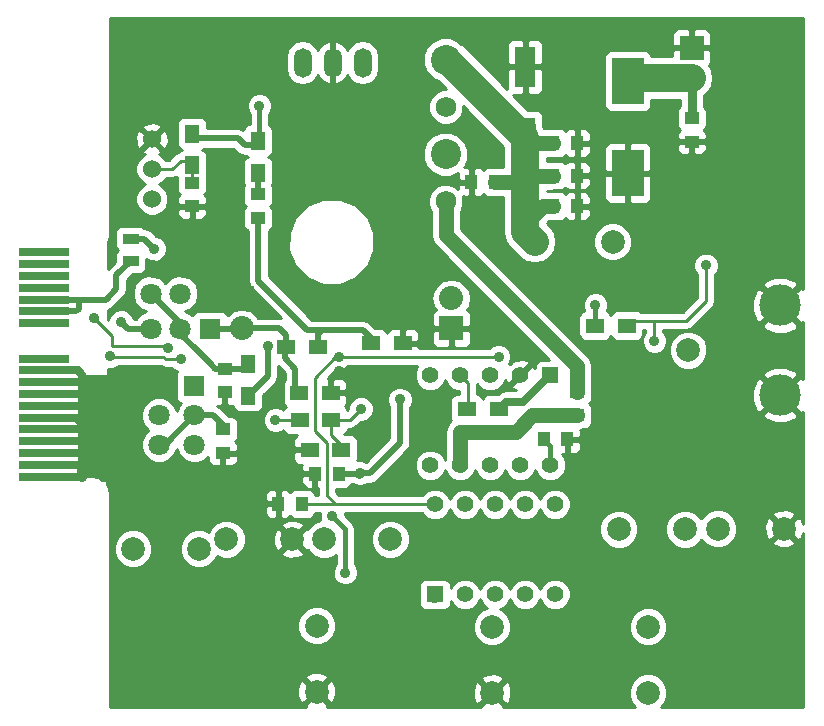
<source format=gbl>
%FSLAX46Y46*%
G04 Gerber Fmt 4.6, Leading zero omitted, Abs format (unit mm)*
G04 Created by KiCad (PCBNEW (2014-10-27 BZR 5228)-product) date 27/07/2015 07:41:13*
%MOMM*%
G01*
G04 APERTURE LIST*
%ADD10C,0.100000*%
%ADD11R,1.250000X1.000000*%
%ADD12R,1.000000X1.250000*%
%ADD13R,4.200000X0.700000*%
%ADD14R,1.397000X1.397000*%
%ADD15C,1.397000*%
%ADD16C,1.998980*%
%ADD17C,3.500000*%
%ADD18C,2.000000*%
%ADD19R,1.800000X1.800000*%
%ADD20C,1.800000*%
%ADD21C,2.540000*%
%ADD22C,1.727200*%
%ADD23C,1.524000*%
%ADD24O,1.501140X2.499360*%
%ADD25R,1.397000X0.889000*%
%ADD26R,1.300000X1.500000*%
%ADD27R,1.500000X1.300000*%
%ADD28R,2.700020X4.000500*%
%ADD29R,1.800860X3.500120*%
%ADD30C,6.350000*%
%ADD31R,2.032000X2.032000*%
%ADD32O,2.032000X2.032000*%
%ADD33C,0.889000*%
%ADD34C,0.635000*%
%ADD35C,0.508000*%
%ADD36C,0.254000*%
%ADD37C,0.381000*%
%ADD38C,1.270000*%
%ADD39C,2.400000*%
%ADD40C,0.780000*%
G04 APERTURE END LIST*
D10*
D11*
X144600000Y-70500000D03*
X144600000Y-72500000D03*
X144750000Y-65350000D03*
X144750000Y-67350000D03*
X184300000Y-44150000D03*
X184300000Y-46150000D03*
X142000000Y-51600000D03*
X142000000Y-49600000D03*
X147600000Y-50600000D03*
X147600000Y-52600000D03*
D12*
X174600000Y-51600000D03*
X172600000Y-51600000D03*
X165650000Y-49550000D03*
X167650000Y-49550000D03*
X174600000Y-49000000D03*
X172600000Y-49000000D03*
D13*
X129500000Y-74500000D03*
X129500000Y-73500000D03*
X129500000Y-72500000D03*
X129500000Y-71500000D03*
X129500000Y-70500000D03*
X129500000Y-69500000D03*
X129500000Y-68500000D03*
X129500000Y-67500000D03*
X129500000Y-66500000D03*
X129500000Y-65500000D03*
X129500000Y-64500000D03*
X129500000Y-61500000D03*
X129500000Y-60500000D03*
X129500000Y-59500000D03*
X129500000Y-58500000D03*
X129500000Y-57500000D03*
X129500000Y-56500000D03*
X129500000Y-55500000D03*
D14*
X162560000Y-84455000D03*
D15*
X165100000Y-84455000D03*
X167640000Y-84455000D03*
X170180000Y-84455000D03*
X172720000Y-84455000D03*
X172720000Y-76835000D03*
X170180000Y-76835000D03*
X167640000Y-76835000D03*
X165100000Y-76835000D03*
X162560000Y-76835000D03*
D14*
X172339000Y-65913000D03*
D15*
X169799000Y-65913000D03*
X167259000Y-65913000D03*
X164719000Y-65913000D03*
X162179000Y-65913000D03*
X162179000Y-73533000D03*
X164719000Y-73533000D03*
X167259000Y-73533000D03*
X169799000Y-73533000D03*
X172339000Y-73533000D03*
D16*
X158792000Y-79796000D03*
X153204000Y-79796000D03*
X142592000Y-80596000D03*
X137004000Y-80596000D03*
X152546000Y-87108000D03*
X152546000Y-92696000D03*
X144908000Y-79804000D03*
X150496000Y-79804000D03*
X183717000Y-78946000D03*
X178129000Y-78946000D03*
X180604000Y-92792000D03*
X180604000Y-87204000D03*
X167396000Y-87208000D03*
X167396000Y-92796000D03*
X186508000Y-78904000D03*
X192096000Y-78904000D03*
D17*
X191800000Y-67600000D03*
X191800000Y-60000000D03*
D18*
X184000000Y-63800000D03*
D19*
X142200000Y-66800000D03*
D20*
X142200000Y-69300000D03*
X139200000Y-66800000D03*
X142200000Y-71800000D03*
X139200000Y-71800000D03*
X139200000Y-69300000D03*
D19*
X143500000Y-62000000D03*
D20*
X141000000Y-62000000D03*
X143500000Y-59000000D03*
X138500000Y-62000000D03*
X138500000Y-59000000D03*
X141000000Y-59000000D03*
D21*
X163461700Y-39199300D03*
D22*
X163461700Y-43199300D03*
D21*
X163461700Y-47199300D03*
D22*
X163461700Y-51199300D03*
D23*
X138600000Y-48460000D03*
X138600000Y-45920000D03*
X138600000Y-51000000D03*
D24*
X153893520Y-39451280D03*
X156433520Y-39451280D03*
X151353520Y-39451280D03*
D12*
X152400000Y-74250000D03*
X154400000Y-74250000D03*
D16*
X177599460Y-54600000D03*
X171000540Y-54600000D03*
D11*
X174600000Y-69300000D03*
X174600000Y-67300000D03*
D25*
X136800000Y-56252500D03*
X136800000Y-54347500D03*
D26*
X146750000Y-64950000D03*
X146750000Y-67650000D03*
X147600000Y-46050000D03*
X147600000Y-48750000D03*
X142000000Y-45450000D03*
X142000000Y-48150000D03*
D27*
X153750000Y-67400000D03*
X151050000Y-67400000D03*
X152650000Y-63500000D03*
X149950000Y-63500000D03*
X159850000Y-63200000D03*
X157150000Y-63200000D03*
X153800000Y-69700000D03*
X151100000Y-69700000D03*
D28*
X178900000Y-48788740D03*
X178900000Y-41011260D03*
D29*
X170200000Y-39800260D03*
X170200000Y-45799740D03*
D27*
X178800000Y-61700000D03*
X176100000Y-61700000D03*
D30*
X189700000Y-39500000D03*
X139100000Y-39500000D03*
X189700000Y-89900000D03*
X139100000Y-90000000D03*
D12*
X174600000Y-46250000D03*
X172600000Y-46250000D03*
D31*
X163950000Y-61950000D03*
D32*
X163950000Y-59410000D03*
D27*
X165250000Y-68800000D03*
X167950000Y-68800000D03*
D31*
X184300000Y-38200000D03*
D32*
X184300000Y-40740000D03*
D27*
X151950000Y-72200000D03*
X154650000Y-72200000D03*
D12*
X149300000Y-76800000D03*
X151300000Y-76800000D03*
X171775000Y-71350000D03*
X173775000Y-71350000D03*
D31*
X146200000Y-59400000D03*
D32*
X146200000Y-61940000D03*
D33*
X178750000Y-59800000D03*
X143150000Y-91900000D03*
X173550000Y-86950000D03*
X154450000Y-65550000D03*
X132600000Y-71500000D03*
X132700000Y-74500000D03*
X132700000Y-68500000D03*
X183200000Y-52000000D03*
X190200000Y-57400000D03*
X146200000Y-73100000D03*
X177950000Y-64050000D03*
X158850000Y-61350000D03*
X151925000Y-84875000D03*
X147700000Y-43100000D03*
X136000000Y-61400000D03*
X148400000Y-63400000D03*
X138800000Y-55200000D03*
X159600000Y-67950000D03*
X156200000Y-74200000D03*
X153875000Y-77850000D03*
X154975000Y-82625000D03*
X149050000Y-69700000D03*
X141025000Y-64525000D03*
X135050000Y-64300000D03*
X185500000Y-56600000D03*
X181150000Y-63000000D03*
X133700000Y-61050000D03*
X140000000Y-63575000D03*
X176150000Y-59950000D03*
X167950000Y-64325000D03*
X154450000Y-64400000D03*
X156300000Y-68750000D03*
D34*
X129500000Y-71500000D02*
X132600000Y-71500000D01*
X132600000Y-71500000D02*
X132700000Y-71500000D01*
X132500000Y-71400000D02*
X132700000Y-71400000D01*
X132600000Y-71400000D02*
X132500000Y-71400000D01*
X132700000Y-71500000D02*
X132600000Y-71400000D01*
X129500000Y-68500000D02*
X132700000Y-68500000D01*
X129500000Y-74500000D02*
X132700000Y-74500000D01*
X132600000Y-74400000D02*
X132600000Y-73500000D01*
X132700000Y-74500000D02*
X132600000Y-74400000D01*
X132700000Y-67300000D02*
X138700000Y-67300000D01*
X138700000Y-67300000D02*
X139200000Y-66800000D01*
X129500000Y-69500000D02*
X132200000Y-69500000D01*
X132200000Y-69500000D02*
X132700000Y-70000000D01*
X129500000Y-70500000D02*
X132700000Y-70500000D01*
X132700000Y-70500000D02*
X132500000Y-70500000D01*
X132500000Y-70500000D02*
X132700000Y-70500000D01*
X129500000Y-72500000D02*
X132700000Y-72500000D01*
X132600000Y-72400000D02*
X132700000Y-72400000D01*
X132700000Y-72500000D02*
X132600000Y-72400000D01*
X132700000Y-67300000D02*
X132700000Y-68500000D01*
X132700000Y-68500000D02*
X132700000Y-70000000D01*
X132700000Y-70000000D02*
X132700000Y-70500000D01*
X132700000Y-70500000D02*
X132700000Y-71400000D01*
X132700000Y-71400000D02*
X132700000Y-72400000D01*
X132700000Y-72400000D02*
X132700000Y-73600000D01*
X132600000Y-73500000D02*
X129500000Y-73500000D01*
X132700000Y-73600000D02*
X132600000Y-73500000D01*
X129500000Y-66500000D02*
X132700000Y-66500000D01*
X132700000Y-66500000D02*
X132400000Y-66500000D01*
X132400000Y-66500000D02*
X132700000Y-66500000D01*
X129500000Y-65500000D02*
X132300000Y-65500000D01*
X132500000Y-67500000D02*
X129500000Y-67500000D01*
X132700000Y-67300000D02*
X132500000Y-67500000D01*
X132700000Y-65900000D02*
X132700000Y-66500000D01*
X132700000Y-66500000D02*
X132700000Y-67300000D01*
X132300000Y-65500000D02*
X132700000Y-65900000D01*
D35*
X142200000Y-69300000D02*
X143800000Y-69300000D01*
X143800000Y-69300000D02*
X144600000Y-70100000D01*
X144600000Y-70100000D02*
X144600000Y-70500000D01*
X139700000Y-71800000D02*
X142200000Y-69300000D01*
X139200000Y-71800000D02*
X139700000Y-71800000D01*
X144750000Y-65350000D02*
X146350000Y-65350000D01*
X142400000Y-63800000D02*
X143600000Y-65000000D01*
X141000000Y-62400000D02*
X142400000Y-63800000D01*
X143950000Y-65350000D02*
X144750000Y-65350000D01*
X143600000Y-65000000D02*
X143950000Y-65350000D01*
D36*
X141000000Y-62000000D02*
X141000000Y-61500000D01*
D35*
X141000000Y-61500000D02*
X138500000Y-59000000D01*
D36*
X141000000Y-62000000D02*
X141000000Y-62400000D01*
D35*
X146350000Y-65350000D02*
X146750000Y-64950000D01*
D36*
X142000000Y-49600000D02*
X142000000Y-47750000D01*
X138600000Y-48460000D02*
X140340000Y-48460000D01*
X141050000Y-47750000D02*
X142000000Y-47750000D01*
X140340000Y-48460000D02*
X141050000Y-47750000D01*
D35*
X147600000Y-48350000D02*
X147600000Y-50600000D01*
X152650000Y-63500000D02*
X152650000Y-62450000D01*
X152650000Y-62450000D02*
X153000000Y-62100000D01*
X153000000Y-62100000D02*
X156450000Y-62100000D01*
X156450000Y-62100000D02*
X157550000Y-63200000D01*
D36*
X157150000Y-63600000D02*
X157550000Y-63200000D01*
D35*
X151750000Y-62050000D02*
X151750000Y-62100000D01*
X147600000Y-52600000D02*
X147600000Y-57900000D01*
X151750000Y-62100000D02*
X153000000Y-62100000D01*
X147600000Y-57900000D02*
X151750000Y-62050000D01*
X146450000Y-46450000D02*
X147600000Y-46450000D01*
X142000000Y-45850000D02*
X145850000Y-45850000D01*
X145850000Y-45850000D02*
X146450000Y-46450000D01*
D37*
X147700000Y-45950000D02*
X147600000Y-46050000D01*
X147700000Y-45950000D02*
X147700000Y-43100000D01*
D35*
X129500000Y-59500000D02*
X134700000Y-59500000D01*
X134700000Y-59500000D02*
X135600000Y-58600000D01*
X135600000Y-58600000D02*
X135600000Y-57452500D01*
X135600000Y-57452500D02*
X136800000Y-56252500D01*
X132400000Y-59600000D02*
X132400000Y-60300000D01*
X132400000Y-60300000D02*
X132200000Y-60500000D01*
X132200000Y-60500000D02*
X129500000Y-60500000D01*
X129500000Y-59500000D02*
X132500000Y-59500000D01*
X132500000Y-59500000D02*
X132400000Y-59600000D01*
X136000000Y-61400000D02*
X136600000Y-62000000D01*
X136600000Y-62000000D02*
X138500000Y-62000000D01*
X148400000Y-65850000D02*
X148400000Y-63400000D01*
D36*
X148400000Y-65900000D02*
X148400000Y-65850000D01*
D35*
X137947500Y-54347500D02*
X136800000Y-54347500D01*
X138800000Y-55200000D02*
X137947500Y-54347500D01*
X148400000Y-66000000D02*
X146750000Y-67650000D01*
X148400000Y-65850000D02*
X148400000Y-66000000D01*
D36*
X165350000Y-66544000D02*
X164719000Y-65913000D01*
X165350000Y-68200000D02*
X165350000Y-66544000D01*
X174100000Y-69800000D02*
X174600000Y-69300000D01*
D38*
X169419000Y-70681000D02*
X170800000Y-69300000D01*
X170800000Y-69300000D02*
X174600000Y-69300000D01*
X164719000Y-73533000D02*
X164719000Y-70681000D01*
X164719000Y-70681000D02*
X169419000Y-70681000D01*
D35*
X159600000Y-70900000D02*
X159600000Y-70800000D01*
D34*
X172287000Y-65913000D02*
X172339000Y-65913000D01*
X170050000Y-68150000D02*
X172287000Y-65913000D01*
X170000000Y-68200000D02*
X170050000Y-68150000D01*
X168600000Y-68150000D02*
X167950000Y-68800000D01*
X170050000Y-68150000D02*
X168600000Y-68150000D01*
D35*
X159600000Y-70200000D02*
X159600000Y-67950000D01*
X159600000Y-70900000D02*
X159600000Y-70200000D01*
D39*
X179171260Y-40740000D02*
X178900000Y-41011260D01*
X184300000Y-40740000D02*
X179171260Y-40740000D01*
D40*
X156100000Y-74250000D02*
X156150000Y-74250000D01*
D35*
X154400000Y-74250000D02*
X156100000Y-74250000D01*
D40*
X184300000Y-40740000D02*
X184300000Y-44150000D01*
D37*
X156150000Y-74250000D02*
X156100000Y-74250000D01*
X156200000Y-74200000D02*
X156150000Y-74250000D01*
D38*
X162490000Y-84525000D02*
X162560000Y-84455000D01*
D35*
X157025000Y-74200000D02*
X159600000Y-71625000D01*
X159600000Y-71625000D02*
X159600000Y-70900000D01*
X156200000Y-74200000D02*
X157025000Y-74200000D01*
D37*
X153875000Y-77850000D02*
X154975000Y-78950000D01*
X154975000Y-78950000D02*
X154975000Y-82625000D01*
D36*
X139250000Y-64325000D02*
X139575000Y-64325000D01*
X149050000Y-69700000D02*
X151100000Y-69700000D01*
X139775000Y-64525000D02*
X141025000Y-64525000D01*
X139575000Y-64325000D02*
X139775000Y-64525000D01*
X138550000Y-64325000D02*
X138025000Y-64325000D01*
X139300000Y-64325000D02*
X139250000Y-64325000D01*
X139250000Y-64325000D02*
X138550000Y-64325000D01*
X135050000Y-64300000D02*
X135075000Y-64325000D01*
X135075000Y-64325000D02*
X138025000Y-64325000D01*
X138025000Y-64325000D02*
X138100000Y-64325000D01*
X150300000Y-69700000D02*
X151100000Y-69700000D01*
X183750000Y-61300000D02*
X183850000Y-61300000D01*
X185500000Y-59400000D02*
X185500000Y-56600000D01*
X185500000Y-59650000D02*
X185500000Y-59400000D01*
X183850000Y-61300000D02*
X185500000Y-59650000D01*
X181100000Y-62950000D02*
X181100000Y-61300000D01*
X181150000Y-63000000D02*
X181100000Y-62950000D01*
X183800000Y-61300000D02*
X183750000Y-61300000D01*
X183750000Y-61300000D02*
X181100000Y-61300000D01*
X181100000Y-61300000D02*
X179200000Y-61300000D01*
X179200000Y-61300000D02*
X178800000Y-61700000D01*
D37*
X172339000Y-71914000D02*
X171775000Y-71350000D01*
X172339000Y-73533000D02*
X172339000Y-71914000D01*
D36*
X139625000Y-63450000D02*
X139875000Y-63450000D01*
X135200000Y-63450000D02*
X135200000Y-62550000D01*
X135200000Y-62550000D02*
X133700000Y-61050000D01*
X139625000Y-63450000D02*
X135200000Y-63450000D01*
X139875000Y-63450000D02*
X140000000Y-63575000D01*
D37*
X176100000Y-60000000D02*
X176100000Y-61700000D01*
X176150000Y-59950000D02*
X176100000Y-60000000D01*
D36*
X161575000Y-64400000D02*
X167875000Y-64400000D01*
X167875000Y-64400000D02*
X167950000Y-64325000D01*
X154450000Y-64400000D02*
X154500000Y-64450000D01*
X155525000Y-64400000D02*
X161575000Y-64400000D01*
X154450000Y-64400000D02*
X155525000Y-64400000D01*
X161575000Y-64400000D02*
X161650000Y-64400000D01*
X154125000Y-64400000D02*
X152400000Y-66125000D01*
X152400000Y-66125000D02*
X152400000Y-70625000D01*
X152400000Y-70625000D02*
X153425000Y-71650000D01*
X153425000Y-75300000D02*
X153425000Y-75350000D01*
X153425000Y-71650000D02*
X153425000Y-75300000D01*
X154450000Y-64400000D02*
X154125000Y-64400000D01*
X153425000Y-76075000D02*
X154125000Y-76775000D01*
X153425000Y-75300000D02*
X153425000Y-76075000D01*
X154100000Y-76800000D02*
X154125000Y-76775000D01*
X151300000Y-76800000D02*
X154100000Y-76800000D01*
X162525000Y-76800000D02*
X162560000Y-76835000D01*
X154100000Y-76800000D02*
X162525000Y-76800000D01*
D38*
X172600000Y-51600000D02*
X171700000Y-51600000D01*
X171700000Y-51600000D02*
X170200000Y-53100000D01*
X172600000Y-46250000D02*
X170650260Y-46250000D01*
X170650260Y-46250000D02*
X170200000Y-45799740D01*
X172600000Y-49000000D02*
X170800000Y-49000000D01*
X170800000Y-49000000D02*
X170200000Y-49600000D01*
X167650000Y-49550000D02*
X170200000Y-49550000D01*
X169750000Y-49600000D02*
X170200000Y-49600000D01*
X170150000Y-49600000D02*
X169750000Y-49600000D01*
X170200000Y-49550000D02*
X170150000Y-49600000D01*
D39*
X170200000Y-45799740D02*
X170200000Y-49600000D01*
X170200000Y-49600000D02*
X170200000Y-53100000D01*
X170200000Y-53100000D02*
X170200000Y-53799460D01*
X170200000Y-53799460D02*
X171000540Y-54600000D01*
D34*
X170749400Y-44850600D02*
X170800000Y-44800000D01*
X170749400Y-44850600D02*
X170800000Y-44800000D01*
D39*
X163599560Y-39199300D02*
X170200000Y-45799740D01*
D38*
X163461700Y-39199300D02*
X163599560Y-39199300D01*
X173200000Y-63750000D02*
X174600000Y-65150000D01*
X163461700Y-51199300D02*
X163461700Y-54011700D01*
X163461700Y-54011700D02*
X173200000Y-63750000D01*
X174600000Y-65150000D02*
X174600000Y-67300000D01*
D36*
X153800000Y-69700000D02*
X155350000Y-69700000D01*
X155350000Y-69700000D02*
X156300000Y-68750000D01*
X154650000Y-72200000D02*
X154650000Y-71800000D01*
X154650000Y-71800000D02*
X153800000Y-70950000D01*
X153800000Y-70950000D02*
X153800000Y-69700000D01*
D35*
X143500000Y-62000000D02*
X146140000Y-62000000D01*
D36*
X146140000Y-62000000D02*
X146200000Y-61940000D01*
D35*
X146350000Y-61950000D02*
X149400000Y-61950000D01*
X149400000Y-61950000D02*
X149950000Y-62500000D01*
X149950000Y-62500000D02*
X149950000Y-63500000D01*
X150750000Y-65350000D02*
X150750000Y-67100000D01*
X150750000Y-65350000D02*
X149850000Y-64450000D01*
X149850000Y-64450000D02*
X149850000Y-63600000D01*
D36*
X150750000Y-67100000D02*
X151050000Y-67400000D01*
G36*
X193715000Y-94015000D02*
X193068557Y-94015000D01*
X193068557Y-80056163D01*
X192096000Y-79083605D01*
X191916395Y-79263210D01*
X191916395Y-78904000D01*
X190943837Y-77931443D01*
X190677035Y-78030042D01*
X190450599Y-78639582D01*
X190474659Y-79289377D01*
X190677035Y-79777958D01*
X190943837Y-79876557D01*
X191916395Y-78904000D01*
X191916395Y-79263210D01*
X191123443Y-80056163D01*
X191222042Y-80322965D01*
X191831582Y-80549401D01*
X192481377Y-80525341D01*
X192969958Y-80322965D01*
X193068557Y-80056163D01*
X193068557Y-94015000D01*
X188142774Y-94015000D01*
X188142774Y-78580306D01*
X187894462Y-77979345D01*
X187435073Y-77519154D01*
X186834547Y-77269794D01*
X186579687Y-77269571D01*
X186579687Y-56386216D01*
X186415689Y-55989311D01*
X186135000Y-55708131D01*
X186135000Y-40740000D01*
X185995319Y-40037776D01*
X185753763Y-39676262D01*
X185854327Y-39575699D01*
X185951000Y-39342310D01*
X185951000Y-39089691D01*
X185951000Y-38485750D01*
X185951000Y-37914250D01*
X185951000Y-37310309D01*
X185951000Y-37057690D01*
X185854327Y-36824301D01*
X185675698Y-36645673D01*
X185442309Y-36549000D01*
X184585750Y-36549000D01*
X184427000Y-36707750D01*
X184427000Y-38073000D01*
X185792250Y-38073000D01*
X185951000Y-37914250D01*
X185951000Y-38485750D01*
X185792250Y-38327000D01*
X184427000Y-38327000D01*
X184427000Y-38347000D01*
X184173000Y-38347000D01*
X184173000Y-38327000D01*
X184173000Y-38073000D01*
X184173000Y-36707750D01*
X184014250Y-36549000D01*
X183157691Y-36549000D01*
X182924302Y-36645673D01*
X182745673Y-36824301D01*
X182649000Y-37057690D01*
X182649000Y-37310309D01*
X182649000Y-37914250D01*
X182807750Y-38073000D01*
X184173000Y-38073000D01*
X184173000Y-38327000D01*
X182807750Y-38327000D01*
X182649000Y-38485750D01*
X182649000Y-38905000D01*
X180885010Y-38905000D01*
X180885010Y-38884701D01*
X180788337Y-38651312D01*
X180609709Y-38472683D01*
X180376320Y-38376010D01*
X180123701Y-38376010D01*
X177423681Y-38376010D01*
X177190292Y-38472683D01*
X177011663Y-38651311D01*
X176914990Y-38884700D01*
X176914990Y-39137319D01*
X176914990Y-43137819D01*
X177011663Y-43371208D01*
X177190291Y-43549837D01*
X177423680Y-43646510D01*
X177676299Y-43646510D01*
X180376319Y-43646510D01*
X180609708Y-43549837D01*
X180788337Y-43371209D01*
X180885010Y-43137820D01*
X180885010Y-42885201D01*
X180885010Y-42575000D01*
X183275000Y-42575000D01*
X183275000Y-43151974D01*
X183136673Y-43290301D01*
X183040000Y-43523690D01*
X183040000Y-43776309D01*
X183040000Y-44776309D01*
X183136673Y-45009698D01*
X183276974Y-45150000D01*
X183136673Y-45290302D01*
X183040000Y-45523691D01*
X183040000Y-45864250D01*
X183198750Y-46023000D01*
X184173000Y-46023000D01*
X184173000Y-46003000D01*
X184427000Y-46003000D01*
X184427000Y-46023000D01*
X185401250Y-46023000D01*
X185560000Y-45864250D01*
X185560000Y-45523691D01*
X185463327Y-45290302D01*
X185323025Y-45149999D01*
X185463327Y-45009699D01*
X185560000Y-44776310D01*
X185560000Y-44523691D01*
X185560000Y-43523691D01*
X185463327Y-43290302D01*
X185325000Y-43151974D01*
X185325000Y-42219647D01*
X185597541Y-42037541D01*
X185995319Y-41442224D01*
X186135000Y-40740000D01*
X186135000Y-55708131D01*
X186112286Y-55685378D01*
X185715668Y-55520687D01*
X185560000Y-55520551D01*
X185560000Y-46776309D01*
X185560000Y-46435750D01*
X185401250Y-46277000D01*
X184427000Y-46277000D01*
X184427000Y-47126250D01*
X184585750Y-47285000D01*
X184798691Y-47285000D01*
X185051310Y-47285000D01*
X185284699Y-47188327D01*
X185463327Y-47009698D01*
X185560000Y-46776309D01*
X185560000Y-55520551D01*
X185286216Y-55520313D01*
X184889311Y-55684311D01*
X184585378Y-55987714D01*
X184420687Y-56384332D01*
X184420313Y-56813784D01*
X184584311Y-57210689D01*
X184738000Y-57364646D01*
X184738000Y-59334369D01*
X184173000Y-59899369D01*
X184173000Y-47126250D01*
X184173000Y-46277000D01*
X183198750Y-46277000D01*
X183040000Y-46435750D01*
X183040000Y-46776309D01*
X183136673Y-47009698D01*
X183315301Y-47188327D01*
X183548690Y-47285000D01*
X183801309Y-47285000D01*
X184014250Y-47285000D01*
X184173000Y-47126250D01*
X184173000Y-59899369D01*
X183534369Y-60538000D01*
X181100000Y-60538000D01*
X180885010Y-60538000D01*
X180885010Y-50915299D01*
X180885010Y-49074490D01*
X180885010Y-48502990D01*
X180885010Y-46662181D01*
X180788337Y-46428792D01*
X180609709Y-46250163D01*
X180376320Y-46153490D01*
X180123701Y-46153490D01*
X179185750Y-46153490D01*
X179027000Y-46312240D01*
X179027000Y-48661740D01*
X180726260Y-48661740D01*
X180885010Y-48502990D01*
X180885010Y-49074490D01*
X180726260Y-48915740D01*
X179027000Y-48915740D01*
X179027000Y-51265240D01*
X179185750Y-51423990D01*
X180123701Y-51423990D01*
X180376320Y-51423990D01*
X180609709Y-51327317D01*
X180788337Y-51148688D01*
X180885010Y-50915299D01*
X180885010Y-60538000D01*
X179936025Y-60538000D01*
X179909699Y-60511673D01*
X179676310Y-60415000D01*
X179423691Y-60415000D01*
X179234234Y-60415000D01*
X179234234Y-54276306D01*
X178985922Y-53675345D01*
X178773000Y-53462051D01*
X178773000Y-51265240D01*
X178773000Y-48915740D01*
X178773000Y-48661740D01*
X178773000Y-46312240D01*
X178614250Y-46153490D01*
X177676299Y-46153490D01*
X177423680Y-46153490D01*
X177190291Y-46250163D01*
X177011663Y-46428792D01*
X176914990Y-46662181D01*
X176914990Y-48502990D01*
X177073740Y-48661740D01*
X178773000Y-48661740D01*
X178773000Y-48915740D01*
X177073740Y-48915740D01*
X176914990Y-49074490D01*
X176914990Y-50915299D01*
X177011663Y-51148688D01*
X177190291Y-51327317D01*
X177423680Y-51423990D01*
X177676299Y-51423990D01*
X178614250Y-51423990D01*
X178773000Y-51265240D01*
X178773000Y-53462051D01*
X178526533Y-53215154D01*
X177926007Y-52965794D01*
X177275766Y-52965226D01*
X176674805Y-53213538D01*
X176214614Y-53672927D01*
X175965254Y-54273453D01*
X175964686Y-54923694D01*
X176212998Y-55524655D01*
X176672387Y-55984846D01*
X177272913Y-56234206D01*
X177923154Y-56234774D01*
X178524115Y-55986462D01*
X178984306Y-55527073D01*
X179233666Y-54926547D01*
X179234234Y-54276306D01*
X179234234Y-60415000D01*
X177923691Y-60415000D01*
X177690302Y-60511673D01*
X177511673Y-60690301D01*
X177449999Y-60839193D01*
X177388327Y-60690302D01*
X177209699Y-60511673D01*
X177103845Y-60467826D01*
X177229313Y-60165668D01*
X177229687Y-59736216D01*
X177065689Y-59339311D01*
X176762286Y-59035378D01*
X176365668Y-58870687D01*
X175936216Y-58870313D01*
X175735000Y-58953453D01*
X175735000Y-52351310D01*
X175735000Y-52098691D01*
X175735000Y-51885750D01*
X175735000Y-51314250D01*
X175735000Y-51101309D01*
X175735000Y-50848690D01*
X175735000Y-49751310D01*
X175735000Y-49498691D01*
X175735000Y-49285750D01*
X175735000Y-48714250D01*
X175735000Y-48501309D01*
X175735000Y-48248690D01*
X175735000Y-47001310D01*
X175735000Y-46748691D01*
X175735000Y-46535750D01*
X175735000Y-45964250D01*
X175735000Y-45751309D01*
X175735000Y-45498690D01*
X175638327Y-45265301D01*
X175459698Y-45086673D01*
X175226309Y-44990000D01*
X174885750Y-44990000D01*
X174727000Y-45148750D01*
X174727000Y-46123000D01*
X175576250Y-46123000D01*
X175735000Y-45964250D01*
X175735000Y-46535750D01*
X175576250Y-46377000D01*
X174727000Y-46377000D01*
X174727000Y-47351250D01*
X174885750Y-47510000D01*
X175226309Y-47510000D01*
X175459698Y-47413327D01*
X175638327Y-47234699D01*
X175735000Y-47001310D01*
X175735000Y-48248690D01*
X175638327Y-48015301D01*
X175459698Y-47836673D01*
X175226309Y-47740000D01*
X174885750Y-47740000D01*
X174727000Y-47898750D01*
X174727000Y-48873000D01*
X175576250Y-48873000D01*
X175735000Y-48714250D01*
X175735000Y-49285750D01*
X175576250Y-49127000D01*
X174727000Y-49127000D01*
X174727000Y-50101250D01*
X174885750Y-50260000D01*
X175226309Y-50260000D01*
X175459698Y-50163327D01*
X175638327Y-49984699D01*
X175735000Y-49751310D01*
X175735000Y-50848690D01*
X175638327Y-50615301D01*
X175459698Y-50436673D01*
X175226309Y-50340000D01*
X174885750Y-50340000D01*
X174727000Y-50498750D01*
X174727000Y-51473000D01*
X175576250Y-51473000D01*
X175735000Y-51314250D01*
X175735000Y-51885750D01*
X175576250Y-51727000D01*
X174727000Y-51727000D01*
X174727000Y-52701250D01*
X174885750Y-52860000D01*
X175226309Y-52860000D01*
X175459698Y-52763327D01*
X175638327Y-52584699D01*
X175735000Y-52351310D01*
X175735000Y-58953453D01*
X175539311Y-59034311D01*
X175235378Y-59337714D01*
X175070687Y-59734332D01*
X175070313Y-60163784D01*
X175181358Y-60432534D01*
X174990302Y-60511673D01*
X174811673Y-60690301D01*
X174715000Y-60923690D01*
X174715000Y-61176309D01*
X174715000Y-62476309D01*
X174811673Y-62709698D01*
X174990301Y-62888327D01*
X175223690Y-62985000D01*
X175476309Y-62985000D01*
X176976309Y-62985000D01*
X177209698Y-62888327D01*
X177388327Y-62709699D01*
X177450000Y-62560806D01*
X177511673Y-62709698D01*
X177690301Y-62888327D01*
X177923690Y-62985000D01*
X178176309Y-62985000D01*
X179676309Y-62985000D01*
X179909698Y-62888327D01*
X180088327Y-62709699D01*
X180185000Y-62476310D01*
X180185000Y-62223691D01*
X180185000Y-62062000D01*
X180338000Y-62062000D01*
X180338000Y-62285270D01*
X180235378Y-62387714D01*
X180070687Y-62784332D01*
X180070313Y-63213784D01*
X180234311Y-63610689D01*
X180537714Y-63914622D01*
X180934332Y-64079313D01*
X181363784Y-64079687D01*
X181760689Y-63915689D01*
X182064622Y-63612286D01*
X182229313Y-63215668D01*
X182229687Y-62786216D01*
X182065689Y-62389311D01*
X181862000Y-62185266D01*
X181862000Y-62062000D01*
X183750000Y-62062000D01*
X183800000Y-62062000D01*
X183850000Y-62062000D01*
X183850000Y-62061999D01*
X184141604Y-62003996D01*
X184141605Y-62003996D01*
X184388815Y-61838815D01*
X186038815Y-60188816D01*
X186038815Y-60188815D01*
X186203996Y-59941605D01*
X186261999Y-59650000D01*
X186262000Y-59650000D01*
X186262000Y-59400000D01*
X186262000Y-57364641D01*
X186414622Y-57212286D01*
X186579313Y-56815668D01*
X186579687Y-56386216D01*
X186579687Y-77269571D01*
X186184306Y-77269226D01*
X185635284Y-77496077D01*
X185635284Y-63476205D01*
X185386894Y-62875057D01*
X184927363Y-62414722D01*
X184326648Y-62165284D01*
X183676205Y-62164716D01*
X183075057Y-62413106D01*
X182614722Y-62872637D01*
X182365284Y-63473352D01*
X182364716Y-64123795D01*
X182613106Y-64724943D01*
X183072637Y-65185278D01*
X183673352Y-65434716D01*
X184323795Y-65435284D01*
X184924943Y-65186894D01*
X185385278Y-64727363D01*
X185634716Y-64126648D01*
X185635284Y-63476205D01*
X185635284Y-77496077D01*
X185583345Y-77517538D01*
X185123154Y-77976927D01*
X185104084Y-78022851D01*
X185103462Y-78021345D01*
X184644073Y-77561154D01*
X184043547Y-77311794D01*
X183393306Y-77311226D01*
X182792345Y-77559538D01*
X182332154Y-78018927D01*
X182082794Y-78619453D01*
X182082226Y-79269694D01*
X182330538Y-79870655D01*
X182789927Y-80330846D01*
X183390453Y-80580206D01*
X184040694Y-80580774D01*
X184641655Y-80332462D01*
X185101846Y-79873073D01*
X185120915Y-79827148D01*
X185121538Y-79828655D01*
X185580927Y-80288846D01*
X186181453Y-80538206D01*
X186831694Y-80538774D01*
X187432655Y-80290462D01*
X187892846Y-79831073D01*
X188142206Y-79230547D01*
X188142774Y-78580306D01*
X188142774Y-94015000D01*
X181692402Y-94015000D01*
X181988846Y-93719073D01*
X182238206Y-93118547D01*
X182238774Y-92468306D01*
X182238774Y-86880306D01*
X181990462Y-86279345D01*
X181531073Y-85819154D01*
X180930547Y-85569794D01*
X180280306Y-85569226D01*
X179763774Y-85782652D01*
X179763774Y-78622306D01*
X179515462Y-78021345D01*
X179056073Y-77561154D01*
X178455547Y-77311794D01*
X177805306Y-77311226D01*
X177204345Y-77559538D01*
X176744154Y-78018927D01*
X176494794Y-78619453D01*
X176494226Y-79269694D01*
X176742538Y-79870655D01*
X177201927Y-80330846D01*
X177802453Y-80580206D01*
X178452694Y-80580774D01*
X179053655Y-80332462D01*
X179513846Y-79873073D01*
X179763206Y-79272547D01*
X179763774Y-78622306D01*
X179763774Y-85782652D01*
X179679345Y-85817538D01*
X179219154Y-86276927D01*
X178969794Y-86877453D01*
X178969226Y-87527694D01*
X179217538Y-88128655D01*
X179676927Y-88588846D01*
X180277453Y-88838206D01*
X180927694Y-88838774D01*
X181528655Y-88590462D01*
X181988846Y-88131073D01*
X182238206Y-87530547D01*
X182238774Y-86880306D01*
X182238774Y-92468306D01*
X181990462Y-91867345D01*
X181531073Y-91407154D01*
X180930547Y-91157794D01*
X180280306Y-91157226D01*
X179679345Y-91405538D01*
X179219154Y-91864927D01*
X178969794Y-92465453D01*
X178969226Y-93115694D01*
X179217538Y-93716655D01*
X179515363Y-94015000D01*
X174910000Y-94015000D01*
X174910000Y-72101310D01*
X174910000Y-71848691D01*
X174910000Y-71635750D01*
X174751250Y-71477000D01*
X173902000Y-71477000D01*
X173902000Y-72451250D01*
X174060750Y-72610000D01*
X174401309Y-72610000D01*
X174634698Y-72513327D01*
X174813327Y-72334699D01*
X174910000Y-72101310D01*
X174910000Y-94015000D01*
X174053731Y-94015000D01*
X174053731Y-84190914D01*
X173851146Y-83700620D01*
X173476353Y-83325173D01*
X172986413Y-83121732D01*
X172455914Y-83121269D01*
X171965620Y-83323854D01*
X171590173Y-83698647D01*
X171449906Y-84036446D01*
X171311146Y-83700620D01*
X170936353Y-83325173D01*
X170446413Y-83121732D01*
X169915914Y-83121269D01*
X169425620Y-83323854D01*
X169050173Y-83698647D01*
X168909906Y-84036446D01*
X168771146Y-83700620D01*
X168396353Y-83325173D01*
X167906413Y-83121732D01*
X167375914Y-83121269D01*
X166885620Y-83323854D01*
X166510173Y-83698647D01*
X166369906Y-84036446D01*
X166231146Y-83700620D01*
X165856353Y-83325173D01*
X165366413Y-83121732D01*
X164835914Y-83121269D01*
X164345620Y-83323854D01*
X163970173Y-83698647D01*
X163893500Y-83883295D01*
X163893500Y-83630191D01*
X163796827Y-83396802D01*
X163618199Y-83218173D01*
X163384810Y-83121500D01*
X163132191Y-83121500D01*
X161735191Y-83121500D01*
X161501802Y-83218173D01*
X161323173Y-83396801D01*
X161226500Y-83630190D01*
X161226500Y-83882809D01*
X161226500Y-84492317D01*
X161219999Y-84525000D01*
X161226500Y-84557682D01*
X161226500Y-85279809D01*
X161323173Y-85513198D01*
X161501801Y-85691827D01*
X161735190Y-85788500D01*
X161987809Y-85788500D01*
X162457317Y-85788500D01*
X162490000Y-85795001D01*
X162522682Y-85788500D01*
X163384809Y-85788500D01*
X163618198Y-85691827D01*
X163796827Y-85513199D01*
X163893500Y-85279810D01*
X163893500Y-85027191D01*
X163893500Y-85027009D01*
X163968854Y-85209380D01*
X164343647Y-85584827D01*
X164833587Y-85788268D01*
X165364086Y-85788731D01*
X165854380Y-85586146D01*
X166229827Y-85211353D01*
X166370093Y-84873553D01*
X166508854Y-85209380D01*
X166883647Y-85584827D01*
X166963740Y-85618084D01*
X166471345Y-85821538D01*
X166011154Y-86280927D01*
X165761794Y-86881453D01*
X165761226Y-87531694D01*
X166009538Y-88132655D01*
X166468927Y-88592846D01*
X167069453Y-88842206D01*
X167719694Y-88842774D01*
X168320655Y-88594462D01*
X168780846Y-88135073D01*
X169030206Y-87534547D01*
X169030774Y-86884306D01*
X168782462Y-86283345D01*
X168323073Y-85823154D01*
X168072544Y-85719125D01*
X168394380Y-85586146D01*
X168769827Y-85211353D01*
X168910093Y-84873553D01*
X169048854Y-85209380D01*
X169423647Y-85584827D01*
X169913587Y-85788268D01*
X170444086Y-85788731D01*
X170934380Y-85586146D01*
X171309827Y-85211353D01*
X171450093Y-84873553D01*
X171588854Y-85209380D01*
X171963647Y-85584827D01*
X172453587Y-85788268D01*
X172984086Y-85788731D01*
X173474380Y-85586146D01*
X173849827Y-85211353D01*
X174053268Y-84721413D01*
X174053731Y-84190914D01*
X174053731Y-94015000D01*
X169041401Y-94015000D01*
X169041401Y-93060418D01*
X169017341Y-92410623D01*
X168814965Y-91922042D01*
X168548163Y-91823443D01*
X168368557Y-92003048D01*
X168368557Y-91643837D01*
X168269958Y-91377035D01*
X167660418Y-91150599D01*
X167010623Y-91174659D01*
X166522042Y-91377035D01*
X166423443Y-91643837D01*
X167396000Y-92616395D01*
X168368557Y-91643837D01*
X168368557Y-92003048D01*
X167575605Y-92796000D01*
X168548163Y-93768557D01*
X168814965Y-93669958D01*
X169041401Y-93060418D01*
X169041401Y-94015000D01*
X168343856Y-94015000D01*
X168368557Y-93948163D01*
X167396000Y-92975605D01*
X167216395Y-93155210D01*
X167216395Y-92796000D01*
X166243837Y-91823443D01*
X165977035Y-91922042D01*
X165750599Y-92531582D01*
X165774659Y-93181377D01*
X165977035Y-93669958D01*
X166243837Y-93768557D01*
X167216395Y-92796000D01*
X167216395Y-93155210D01*
X166423443Y-93948163D01*
X166448143Y-94015000D01*
X160426774Y-94015000D01*
X160426774Y-79472306D01*
X160178462Y-78871345D01*
X159719073Y-78411154D01*
X159118547Y-78161794D01*
X158468306Y-78161226D01*
X157867345Y-78409538D01*
X157407154Y-78868927D01*
X157157794Y-79469453D01*
X157157226Y-80119694D01*
X157405538Y-80720655D01*
X157864927Y-81180846D01*
X158465453Y-81430206D01*
X159115694Y-81430774D01*
X159716655Y-81182462D01*
X160176846Y-80723073D01*
X160426206Y-80122547D01*
X160426774Y-79472306D01*
X160426774Y-94015000D01*
X154191401Y-94015000D01*
X154191401Y-92960418D01*
X154180774Y-92673411D01*
X154180774Y-86784306D01*
X153932462Y-86183345D01*
X153473073Y-85723154D01*
X152872547Y-85473794D01*
X152222306Y-85473226D01*
X151621345Y-85721538D01*
X151468557Y-85874059D01*
X151468557Y-80956163D01*
X150496000Y-79983605D01*
X150316395Y-80163210D01*
X150316395Y-79804000D01*
X149343837Y-78831443D01*
X149173000Y-78894577D01*
X149173000Y-77901250D01*
X149173000Y-76927000D01*
X149173000Y-76673000D01*
X149173000Y-75698750D01*
X149014250Y-75540000D01*
X148673691Y-75540000D01*
X148440302Y-75636673D01*
X148261673Y-75815301D01*
X148165000Y-76048690D01*
X148165000Y-76301309D01*
X148165000Y-76514250D01*
X148323750Y-76673000D01*
X149173000Y-76673000D01*
X149173000Y-76927000D01*
X148323750Y-76927000D01*
X148165000Y-77085750D01*
X148165000Y-77298691D01*
X148165000Y-77551310D01*
X148261673Y-77784699D01*
X148440302Y-77963327D01*
X148673691Y-78060000D01*
X149014250Y-78060000D01*
X149173000Y-77901250D01*
X149173000Y-78894577D01*
X149077035Y-78930042D01*
X148850599Y-79539582D01*
X148874659Y-80189377D01*
X149077035Y-80677958D01*
X149343837Y-80776557D01*
X150316395Y-79804000D01*
X150316395Y-80163210D01*
X149523443Y-80956163D01*
X149622042Y-81222965D01*
X150231582Y-81449401D01*
X150881377Y-81425341D01*
X151369958Y-81222965D01*
X151468557Y-80956163D01*
X151468557Y-85874059D01*
X151161154Y-86180927D01*
X150911794Y-86781453D01*
X150911226Y-87431694D01*
X151159538Y-88032655D01*
X151618927Y-88492846D01*
X152219453Y-88742206D01*
X152869694Y-88742774D01*
X153470655Y-88494462D01*
X153930846Y-88035073D01*
X154180206Y-87434547D01*
X154180774Y-86784306D01*
X154180774Y-92673411D01*
X154167341Y-92310623D01*
X153964965Y-91822042D01*
X153698163Y-91723443D01*
X153518557Y-91903048D01*
X153518557Y-91543837D01*
X153419958Y-91277035D01*
X152810418Y-91050599D01*
X152160623Y-91074659D01*
X151672042Y-91277035D01*
X151573443Y-91543837D01*
X152546000Y-92516395D01*
X153518557Y-91543837D01*
X153518557Y-91903048D01*
X152725605Y-92696000D01*
X153698163Y-93668557D01*
X153964965Y-93569958D01*
X154191401Y-92960418D01*
X154191401Y-94015000D01*
X153456900Y-94015000D01*
X153518557Y-93848163D01*
X152546000Y-92875605D01*
X152366395Y-93055210D01*
X152366395Y-92696000D01*
X151393837Y-91723443D01*
X151127035Y-91822042D01*
X150900599Y-92431582D01*
X150924659Y-93081377D01*
X151127035Y-93569958D01*
X151393837Y-93668557D01*
X152366395Y-92696000D01*
X152366395Y-93055210D01*
X151573443Y-93848163D01*
X151635099Y-94015000D01*
X146542774Y-94015000D01*
X146542774Y-79480306D01*
X146294462Y-78879345D01*
X145860000Y-78444124D01*
X145860000Y-73126309D01*
X145860000Y-72785750D01*
X145701250Y-72627000D01*
X144727000Y-72627000D01*
X144727000Y-73476250D01*
X144885750Y-73635000D01*
X145098691Y-73635000D01*
X145351310Y-73635000D01*
X145584699Y-73538327D01*
X145763327Y-73359698D01*
X145860000Y-73126309D01*
X145860000Y-78444124D01*
X145835073Y-78419154D01*
X145234547Y-78169794D01*
X144584306Y-78169226D01*
X143983345Y-78417538D01*
X143523154Y-78876927D01*
X143404180Y-79163446D01*
X142918547Y-78961794D01*
X142268306Y-78961226D01*
X141667345Y-79209538D01*
X141207154Y-79668927D01*
X140957794Y-80269453D01*
X140957226Y-80919694D01*
X141205538Y-81520655D01*
X141664927Y-81980846D01*
X142265453Y-82230206D01*
X142915694Y-82230774D01*
X143516655Y-81982462D01*
X143976846Y-81523073D01*
X144095819Y-81236553D01*
X144581453Y-81438206D01*
X145231694Y-81438774D01*
X145832655Y-81190462D01*
X146292846Y-80731073D01*
X146542206Y-80130547D01*
X146542774Y-79480306D01*
X146542774Y-94015000D01*
X138638774Y-94015000D01*
X138638774Y-80272306D01*
X138390462Y-79671345D01*
X137931073Y-79211154D01*
X137330547Y-78961794D01*
X136680306Y-78961226D01*
X136079345Y-79209538D01*
X135619154Y-79668927D01*
X135369794Y-80269453D01*
X135369226Y-80919694D01*
X135617538Y-81520655D01*
X136076927Y-81980846D01*
X136677453Y-82230206D01*
X137327694Y-82230774D01*
X137928655Y-81982462D01*
X138388846Y-81523073D01*
X138638206Y-80922547D01*
X138638774Y-80272306D01*
X138638774Y-94015000D01*
X135085000Y-94015000D01*
X135085000Y-76800000D01*
X135045000Y-76598908D01*
X135045000Y-76000000D01*
X135032606Y-75937696D01*
X135032607Y-75924167D01*
X134960293Y-75560618D01*
X134960292Y-75560617D01*
X134863984Y-75328109D01*
X134863983Y-75328108D01*
X134863983Y-75328107D01*
X134792032Y-75220426D01*
X134793534Y-74773000D01*
X134376901Y-74773000D01*
X134171893Y-74636017D01*
X134171891Y-74636016D01*
X133939383Y-74539708D01*
X133939381Y-74539707D01*
X133575833Y-74467393D01*
X133512304Y-74467393D01*
X133450000Y-74455000D01*
X132479460Y-74455000D01*
X132526300Y-65977000D01*
X134869381Y-65977000D01*
X134870492Y-65379344D01*
X135263784Y-65379687D01*
X135660689Y-65215689D01*
X135789602Y-65087000D01*
X138025000Y-65087000D01*
X138100000Y-65087000D01*
X138550000Y-65087000D01*
X139250000Y-65087000D01*
X139270882Y-65087000D01*
X139270883Y-65087000D01*
X139384376Y-65162834D01*
X139483395Y-65228996D01*
X139483396Y-65228996D01*
X139775000Y-65287000D01*
X140260358Y-65287000D01*
X140412714Y-65439622D01*
X140746043Y-65578033D01*
X140665000Y-65773690D01*
X140665000Y-66026309D01*
X140665000Y-67826309D01*
X140761673Y-68059698D01*
X140940301Y-68238327D01*
X141046674Y-68282388D01*
X140899449Y-68429357D01*
X140699797Y-68910171D01*
X140502068Y-68431629D01*
X140070643Y-67999449D01*
X139506670Y-67765267D01*
X138896009Y-67764735D01*
X138331629Y-67997932D01*
X137899449Y-68429357D01*
X137665267Y-68993330D01*
X137664735Y-69603991D01*
X137897932Y-70168371D01*
X138279181Y-70550287D01*
X137899449Y-70929357D01*
X137665267Y-71493330D01*
X137664735Y-72103991D01*
X137897932Y-72668371D01*
X138329357Y-73100551D01*
X138893330Y-73334733D01*
X139503991Y-73335265D01*
X140068371Y-73102068D01*
X140500551Y-72670643D01*
X140700202Y-72189828D01*
X140897932Y-72668371D01*
X141329357Y-73100551D01*
X141893330Y-73334733D01*
X142503991Y-73335265D01*
X143068371Y-73102068D01*
X143340000Y-72830913D01*
X143340000Y-73126309D01*
X143436673Y-73359698D01*
X143615301Y-73538327D01*
X143848690Y-73635000D01*
X144101309Y-73635000D01*
X144314250Y-73635000D01*
X144473000Y-73476250D01*
X144473000Y-72627000D01*
X144453000Y-72627000D01*
X144453000Y-72373000D01*
X144473000Y-72373000D01*
X144473000Y-72353000D01*
X144727000Y-72353000D01*
X144727000Y-72373000D01*
X145701250Y-72373000D01*
X145860000Y-72214250D01*
X145860000Y-71873691D01*
X145763327Y-71640302D01*
X145623025Y-71499999D01*
X145763327Y-71359699D01*
X145860000Y-71126310D01*
X145860000Y-70873691D01*
X145860000Y-69873691D01*
X145763327Y-69640302D01*
X145584699Y-69461673D01*
X145351310Y-69365000D01*
X145122236Y-69365000D01*
X144428618Y-68671382D01*
X144149678Y-68485000D01*
X144251309Y-68485000D01*
X144464250Y-68485000D01*
X144623000Y-68326250D01*
X144623000Y-67477000D01*
X144603000Y-67477000D01*
X144603000Y-67223000D01*
X144623000Y-67223000D01*
X144623000Y-67203000D01*
X144877000Y-67203000D01*
X144877000Y-67223000D01*
X144897000Y-67223000D01*
X144897000Y-67477000D01*
X144877000Y-67477000D01*
X144877000Y-68326250D01*
X145035750Y-68485000D01*
X145248691Y-68485000D01*
X145465000Y-68485000D01*
X145465000Y-68526309D01*
X145561673Y-68759698D01*
X145740301Y-68938327D01*
X145973690Y-69035000D01*
X146226309Y-69035000D01*
X147526309Y-69035000D01*
X147759698Y-68938327D01*
X147938327Y-68759699D01*
X148035000Y-68526310D01*
X148035000Y-68273691D01*
X148035000Y-67622236D01*
X149028618Y-66628618D01*
X149221329Y-66340206D01*
X149289000Y-66000000D01*
X149289000Y-65850000D01*
X149289000Y-65146236D01*
X149861000Y-65718236D01*
X149861000Y-66290974D01*
X149761673Y-66390301D01*
X149665000Y-66623690D01*
X149665000Y-66876309D01*
X149665000Y-68176309D01*
X149761673Y-68409698D01*
X149926974Y-68575000D01*
X149811673Y-68690301D01*
X149740031Y-68863259D01*
X149662286Y-68785378D01*
X149265668Y-68620687D01*
X148836216Y-68620313D01*
X148439311Y-68784311D01*
X148135378Y-69087714D01*
X147970687Y-69484332D01*
X147970313Y-69913784D01*
X148134311Y-70310689D01*
X148437714Y-70614622D01*
X148834332Y-70779313D01*
X149263784Y-70779687D01*
X149660689Y-70615689D01*
X149739956Y-70536559D01*
X149811673Y-70709698D01*
X149990301Y-70888327D01*
X150223690Y-70985000D01*
X150476309Y-70985000D01*
X150904696Y-70985000D01*
X150840302Y-71011673D01*
X150661673Y-71190301D01*
X150565000Y-71423690D01*
X150565000Y-71676309D01*
X150565000Y-71914250D01*
X150723750Y-72073000D01*
X151823000Y-72073000D01*
X151823000Y-72053000D01*
X152077000Y-72053000D01*
X152077000Y-72073000D01*
X152097000Y-72073000D01*
X152097000Y-72327000D01*
X152077000Y-72327000D01*
X152077000Y-72347000D01*
X151823000Y-72347000D01*
X151823000Y-72327000D01*
X150723750Y-72327000D01*
X150565000Y-72485750D01*
X150565000Y-72723691D01*
X150565000Y-72976310D01*
X150661673Y-73209699D01*
X150840302Y-73388327D01*
X151073691Y-73485000D01*
X151270670Y-73485000D01*
X151265000Y-73498690D01*
X151265000Y-73751309D01*
X151265000Y-73964250D01*
X151423750Y-74123000D01*
X152273000Y-74123000D01*
X152273000Y-74103000D01*
X152527000Y-74103000D01*
X152527000Y-74123000D01*
X152547000Y-74123000D01*
X152547000Y-74377000D01*
X152527000Y-74377000D01*
X152527000Y-75351250D01*
X152663000Y-75487250D01*
X152663000Y-76038000D01*
X152430571Y-76038000D01*
X152338327Y-75815302D01*
X152273000Y-75749974D01*
X152273000Y-75351250D01*
X152273000Y-74377000D01*
X151423750Y-74377000D01*
X151265000Y-74535750D01*
X151265000Y-74748691D01*
X151265000Y-75001310D01*
X151361673Y-75234699D01*
X151540302Y-75413327D01*
X151773691Y-75510000D01*
X152114250Y-75510000D01*
X152273000Y-75351250D01*
X152273000Y-75749974D01*
X152159699Y-75636673D01*
X151926310Y-75540000D01*
X151673691Y-75540000D01*
X150673691Y-75540000D01*
X150440302Y-75636673D01*
X150300000Y-75776974D01*
X150159698Y-75636673D01*
X149926309Y-75540000D01*
X149585750Y-75540000D01*
X149427000Y-75698750D01*
X149427000Y-76673000D01*
X149447000Y-76673000D01*
X149447000Y-76927000D01*
X149427000Y-76927000D01*
X149427000Y-77901250D01*
X149585750Y-78060000D01*
X149926309Y-78060000D01*
X150159698Y-77963327D01*
X150300000Y-77823025D01*
X150440301Y-77963327D01*
X150673690Y-78060000D01*
X150926309Y-78060000D01*
X151926309Y-78060000D01*
X152159698Y-77963327D01*
X152338327Y-77784699D01*
X152430572Y-77562000D01*
X152825722Y-77562000D01*
X152795687Y-77634332D01*
X152795313Y-78063784D01*
X152842098Y-78177013D01*
X152279345Y-78409538D01*
X151819154Y-78868927D01*
X151809899Y-78891214D01*
X151648163Y-78831443D01*
X151468557Y-79011048D01*
X151468557Y-78651837D01*
X151369958Y-78385035D01*
X150760418Y-78158599D01*
X150110623Y-78182659D01*
X149622042Y-78385035D01*
X149523443Y-78651837D01*
X150496000Y-79624395D01*
X151468557Y-78651837D01*
X151468557Y-79011048D01*
X150675605Y-79804000D01*
X151648163Y-80776557D01*
X151815139Y-80714849D01*
X151817538Y-80720655D01*
X152276927Y-81180846D01*
X152877453Y-81430206D01*
X153527694Y-81430774D01*
X154128655Y-81182462D01*
X154149500Y-81161653D01*
X154149500Y-81923747D01*
X154060378Y-82012714D01*
X153895687Y-82409332D01*
X153895313Y-82838784D01*
X154059311Y-83235689D01*
X154362714Y-83539622D01*
X154759332Y-83704313D01*
X155188784Y-83704687D01*
X155585689Y-83540689D01*
X155889622Y-83237286D01*
X156054313Y-82840668D01*
X156054687Y-82411216D01*
X155890689Y-82014311D01*
X155800500Y-81923964D01*
X155800500Y-78950005D01*
X155800500Y-78950000D01*
X155800501Y-78950000D01*
X155737663Y-78634095D01*
X155737663Y-78634094D01*
X155558717Y-78366283D01*
X154954577Y-77762143D01*
X154954687Y-77636216D01*
X154924021Y-77562000D01*
X161417540Y-77562000D01*
X161428854Y-77589380D01*
X161803647Y-77964827D01*
X162293587Y-78168268D01*
X162824086Y-78168731D01*
X163314380Y-77966146D01*
X163689827Y-77591353D01*
X163830093Y-77253553D01*
X163968854Y-77589380D01*
X164343647Y-77964827D01*
X164833587Y-78168268D01*
X165364086Y-78168731D01*
X165854380Y-77966146D01*
X166229827Y-77591353D01*
X166370093Y-77253553D01*
X166508854Y-77589380D01*
X166883647Y-77964827D01*
X167373587Y-78168268D01*
X167904086Y-78168731D01*
X168394380Y-77966146D01*
X168769827Y-77591353D01*
X168910093Y-77253553D01*
X169048854Y-77589380D01*
X169423647Y-77964827D01*
X169913587Y-78168268D01*
X170444086Y-78168731D01*
X170934380Y-77966146D01*
X171309827Y-77591353D01*
X171450093Y-77253553D01*
X171588854Y-77589380D01*
X171963647Y-77964827D01*
X172453587Y-78168268D01*
X172984086Y-78168731D01*
X173474380Y-77966146D01*
X173849827Y-77591353D01*
X174053268Y-77101413D01*
X174053731Y-76570914D01*
X173851146Y-76080620D01*
X173476353Y-75705173D01*
X172986413Y-75501732D01*
X172455914Y-75501269D01*
X171965620Y-75703854D01*
X171590173Y-76078647D01*
X171449906Y-76416446D01*
X171311146Y-76080620D01*
X170936353Y-75705173D01*
X170446413Y-75501732D01*
X169915914Y-75501269D01*
X169425620Y-75703854D01*
X169050173Y-76078647D01*
X168909906Y-76416446D01*
X168771146Y-76080620D01*
X168396353Y-75705173D01*
X167906413Y-75501732D01*
X167375914Y-75501269D01*
X166885620Y-75703854D01*
X166510173Y-76078647D01*
X166369906Y-76416446D01*
X166231146Y-76080620D01*
X165856353Y-75705173D01*
X165366413Y-75501732D01*
X164835914Y-75501269D01*
X164345620Y-75703854D01*
X163970173Y-76078647D01*
X163829906Y-76416446D01*
X163691146Y-76080620D01*
X163316353Y-75705173D01*
X162826413Y-75501732D01*
X162295914Y-75501269D01*
X161805620Y-75703854D01*
X161470890Y-76038000D01*
X154465630Y-76038000D01*
X154187000Y-75759369D01*
X154187000Y-75510000D01*
X155026309Y-75510000D01*
X155259698Y-75413327D01*
X155438327Y-75234699D01*
X155477966Y-75139000D01*
X155620980Y-75139000D01*
X155707749Y-75196977D01*
X155858039Y-75226871D01*
X155984332Y-75279313D01*
X156413784Y-75279687D01*
X156810689Y-75115689D01*
X156837424Y-75089000D01*
X157025000Y-75089000D01*
X157365205Y-75021329D01*
X157365206Y-75021329D01*
X157653618Y-74828618D01*
X160228618Y-72253618D01*
X160421329Y-71965206D01*
X160421329Y-71965205D01*
X160489000Y-71625000D01*
X160489000Y-70900000D01*
X160489000Y-70800000D01*
X160489000Y-70200000D01*
X160489000Y-68587863D01*
X160514622Y-68562286D01*
X160679313Y-68165668D01*
X160679687Y-67736216D01*
X160515689Y-67339311D01*
X160212286Y-67035378D01*
X159815668Y-66870687D01*
X159386216Y-66870313D01*
X158989311Y-67034311D01*
X158685378Y-67337714D01*
X158520687Y-67734332D01*
X158520313Y-68163784D01*
X158684311Y-68560689D01*
X158711000Y-68587424D01*
X158711000Y-70200000D01*
X158711000Y-70800000D01*
X158711000Y-70900000D01*
X158711000Y-71256764D01*
X156720499Y-73247264D01*
X156415668Y-73120687D01*
X155986216Y-73120313D01*
X155973108Y-73125728D01*
X156035000Y-72976310D01*
X156035000Y-72723691D01*
X156035000Y-71423691D01*
X155938327Y-71190302D01*
X155759699Y-71011673D01*
X155526310Y-70915000D01*
X155273691Y-70915000D01*
X154845303Y-70915000D01*
X154909698Y-70888327D01*
X155088327Y-70709699D01*
X155185000Y-70476310D01*
X155185000Y-70462000D01*
X155350000Y-70462000D01*
X155350000Y-70461999D01*
X155641604Y-70403996D01*
X155641605Y-70403996D01*
X155888815Y-70238815D01*
X156298130Y-69829499D01*
X156513784Y-69829687D01*
X156910689Y-69665689D01*
X157214622Y-69362286D01*
X157379313Y-68965668D01*
X157379687Y-68536216D01*
X157215689Y-68139311D01*
X156912286Y-67835378D01*
X156515668Y-67670687D01*
X156086216Y-67670313D01*
X155689311Y-67834311D01*
X155385378Y-68137714D01*
X155220687Y-68534332D01*
X155220497Y-68751872D01*
X155145072Y-68827297D01*
X155088327Y-68690302D01*
X154923025Y-68524999D01*
X155038327Y-68409699D01*
X155135000Y-68176310D01*
X155135000Y-67923691D01*
X155135000Y-67685750D01*
X155135000Y-67114250D01*
X155135000Y-66876309D01*
X155135000Y-66623690D01*
X155038327Y-66390301D01*
X154859698Y-66211673D01*
X154626309Y-66115000D01*
X154035750Y-66115000D01*
X153877000Y-66273750D01*
X153877000Y-67273000D01*
X154976250Y-67273000D01*
X155135000Y-67114250D01*
X155135000Y-67685750D01*
X154976250Y-67527000D01*
X153877000Y-67527000D01*
X153877000Y-67547000D01*
X153623000Y-67547000D01*
X153623000Y-67527000D01*
X153603000Y-67527000D01*
X153603000Y-67273000D01*
X153623000Y-67273000D01*
X153623000Y-66273750D01*
X153475940Y-66126690D01*
X154155889Y-65446740D01*
X154234332Y-65479313D01*
X154663784Y-65479687D01*
X155060689Y-65315689D01*
X155214646Y-65162000D01*
X155525000Y-65162000D01*
X161046950Y-65162000D01*
X160845732Y-65646587D01*
X160845269Y-66177086D01*
X161047854Y-66667380D01*
X161422647Y-67042827D01*
X161912587Y-67246268D01*
X162443086Y-67246731D01*
X162933380Y-67044146D01*
X163308827Y-66669353D01*
X163449093Y-66331553D01*
X163587854Y-66667380D01*
X163962647Y-67042827D01*
X164452587Y-67246268D01*
X164588000Y-67246386D01*
X164588000Y-67515000D01*
X164373691Y-67515000D01*
X164140302Y-67611673D01*
X163961673Y-67790301D01*
X163865000Y-68023690D01*
X163865000Y-68276309D01*
X163865000Y-69576309D01*
X163922503Y-69715134D01*
X163820974Y-69782974D01*
X163545673Y-70194992D01*
X163449000Y-70681000D01*
X163449000Y-73114220D01*
X163448906Y-73114446D01*
X163310146Y-72778620D01*
X162935353Y-72403173D01*
X162445413Y-72199732D01*
X161914914Y-72199269D01*
X161424620Y-72401854D01*
X161049173Y-72776647D01*
X160845732Y-73266587D01*
X160845269Y-73797086D01*
X161047854Y-74287380D01*
X161422647Y-74662827D01*
X161912587Y-74866268D01*
X162443086Y-74866731D01*
X162933380Y-74664146D01*
X163308827Y-74289353D01*
X163449093Y-73951553D01*
X163587854Y-74287380D01*
X163962647Y-74662827D01*
X164452587Y-74866268D01*
X164983086Y-74866731D01*
X165473380Y-74664146D01*
X165848827Y-74289353D01*
X165989093Y-73951553D01*
X166127854Y-74287380D01*
X166502647Y-74662827D01*
X166992587Y-74866268D01*
X167523086Y-74866731D01*
X168013380Y-74664146D01*
X168388827Y-74289353D01*
X168529093Y-73951553D01*
X168667854Y-74287380D01*
X169042647Y-74662827D01*
X169532587Y-74866268D01*
X170063086Y-74866731D01*
X170553380Y-74664146D01*
X170928827Y-74289353D01*
X171069093Y-73951553D01*
X171207854Y-74287380D01*
X171582647Y-74662827D01*
X172072587Y-74866268D01*
X172603086Y-74866731D01*
X173093380Y-74664146D01*
X173468827Y-74289353D01*
X173672268Y-73799413D01*
X173672731Y-73268914D01*
X173470146Y-72778620D01*
X173301819Y-72610000D01*
X173489250Y-72610000D01*
X173648000Y-72451250D01*
X173648000Y-71477000D01*
X173628000Y-71477000D01*
X173628000Y-71223000D01*
X173648000Y-71223000D01*
X173648000Y-71203000D01*
X173902000Y-71203000D01*
X173902000Y-71223000D01*
X174751250Y-71223000D01*
X174910000Y-71064250D01*
X174910000Y-70851309D01*
X174910000Y-70598690D01*
X174875423Y-70515214D01*
X175086008Y-70473327D01*
X175143368Y-70435000D01*
X175351309Y-70435000D01*
X175584698Y-70338327D01*
X175763327Y-70159699D01*
X175860000Y-69926310D01*
X175860000Y-69673691D01*
X175860000Y-69350273D01*
X175870000Y-69300000D01*
X175860000Y-69249726D01*
X175860000Y-68673691D01*
X175763327Y-68440302D01*
X175623025Y-68299999D01*
X175763327Y-68159699D01*
X175860000Y-67926310D01*
X175860000Y-67673691D01*
X175860000Y-67350273D01*
X175870000Y-67300000D01*
X175870000Y-65150005D01*
X175870000Y-65150000D01*
X175870001Y-65150000D01*
X175773327Y-64663992D01*
X175498026Y-64251974D01*
X174473000Y-63226948D01*
X174473000Y-52701250D01*
X174473000Y-51727000D01*
X174453000Y-51727000D01*
X174453000Y-51473000D01*
X174473000Y-51473000D01*
X174473000Y-50498750D01*
X174314250Y-50340000D01*
X173973691Y-50340000D01*
X173740302Y-50436673D01*
X173599999Y-50576974D01*
X173459699Y-50436673D01*
X173226310Y-50340000D01*
X172973691Y-50340000D01*
X172650273Y-50340000D01*
X172600000Y-50330000D01*
X172035000Y-50330000D01*
X172035000Y-50270000D01*
X172600000Y-50270000D01*
X172650273Y-50260000D01*
X173226309Y-50260000D01*
X173459698Y-50163327D01*
X173600000Y-50023025D01*
X173740302Y-50163327D01*
X173973691Y-50260000D01*
X174314250Y-50260000D01*
X174473000Y-50101250D01*
X174473000Y-49127000D01*
X174453000Y-49127000D01*
X174453000Y-48873000D01*
X174473000Y-48873000D01*
X174473000Y-47898750D01*
X174314250Y-47740000D01*
X173973691Y-47740000D01*
X173740302Y-47836673D01*
X173599999Y-47976974D01*
X173459699Y-47836673D01*
X173226310Y-47740000D01*
X172973691Y-47740000D01*
X172650273Y-47740000D01*
X172600000Y-47730000D01*
X172035000Y-47730000D01*
X172035000Y-47520000D01*
X172600000Y-47520000D01*
X172650273Y-47510000D01*
X173226309Y-47510000D01*
X173459698Y-47413327D01*
X173600000Y-47273025D01*
X173740302Y-47413327D01*
X173973691Y-47510000D01*
X174314250Y-47510000D01*
X174473000Y-47351250D01*
X174473000Y-46377000D01*
X174453000Y-46377000D01*
X174453000Y-46123000D01*
X174473000Y-46123000D01*
X174473000Y-45148750D01*
X174314250Y-44990000D01*
X173973691Y-44990000D01*
X173740302Y-45086673D01*
X173599999Y-45226974D01*
X173459699Y-45086673D01*
X173226310Y-44990000D01*
X172973691Y-44990000D01*
X172650273Y-44990000D01*
X172600000Y-44980000D01*
X171816797Y-44980000D01*
X171739659Y-44864554D01*
X171752500Y-44800000D01*
X171735430Y-44714183D01*
X171735430Y-43923371D01*
X171735430Y-41676629D01*
X171735430Y-40086010D01*
X171735430Y-39514510D01*
X171735430Y-37923891D01*
X171638757Y-37690502D01*
X171460129Y-37511873D01*
X171226740Y-37415200D01*
X170974121Y-37415200D01*
X170485750Y-37415200D01*
X170327000Y-37573950D01*
X170327000Y-39673260D01*
X171576680Y-39673260D01*
X171735430Y-39514510D01*
X171735430Y-40086010D01*
X171576680Y-39927260D01*
X170327000Y-39927260D01*
X170327000Y-42026570D01*
X170485750Y-42185320D01*
X170974121Y-42185320D01*
X171226740Y-42185320D01*
X171460129Y-42088647D01*
X171638757Y-41910018D01*
X171735430Y-41676629D01*
X171735430Y-43923371D01*
X171638757Y-43689982D01*
X171460129Y-43511353D01*
X171226740Y-43414680D01*
X170974121Y-43414680D01*
X170410022Y-43414680D01*
X169180661Y-42185320D01*
X169425879Y-42185320D01*
X169914250Y-42185320D01*
X170073000Y-42026570D01*
X170073000Y-39927260D01*
X170073000Y-39673260D01*
X170073000Y-37573950D01*
X169914250Y-37415200D01*
X169425879Y-37415200D01*
X169173260Y-37415200D01*
X168939871Y-37511873D01*
X168761243Y-37690502D01*
X168664570Y-37923891D01*
X168664570Y-39514510D01*
X168823320Y-39673260D01*
X170073000Y-39673260D01*
X170073000Y-39927260D01*
X168823320Y-39927260D01*
X168664570Y-40086010D01*
X168664570Y-41669228D01*
X164897101Y-37901759D01*
X164780128Y-37823600D01*
X164542205Y-37585261D01*
X163842290Y-37294632D01*
X163084435Y-37293970D01*
X162384014Y-37583378D01*
X161847661Y-38118795D01*
X161557032Y-38818710D01*
X161556370Y-39576565D01*
X161845778Y-40276986D01*
X162381195Y-40813339D01*
X162787036Y-40981858D01*
X163505916Y-41700738D01*
X163164918Y-41700441D01*
X162613920Y-41928108D01*
X162191990Y-42349303D01*
X161963361Y-42899902D01*
X161962841Y-43496082D01*
X162190508Y-44047080D01*
X162611703Y-44469010D01*
X163162302Y-44697639D01*
X163758482Y-44698159D01*
X164309480Y-44470492D01*
X164731410Y-44049297D01*
X164960039Y-43498698D01*
X164960338Y-43155160D01*
X168365000Y-46559822D01*
X168365000Y-48280000D01*
X167650000Y-48280000D01*
X167599726Y-48290000D01*
X167023691Y-48290000D01*
X166790302Y-48386673D01*
X166650000Y-48526974D01*
X166509698Y-48386673D01*
X166276309Y-48290000D01*
X165935750Y-48290000D01*
X165777000Y-48448750D01*
X165777000Y-49423000D01*
X165797000Y-49423000D01*
X165797000Y-49677000D01*
X165777000Y-49677000D01*
X165777000Y-50651250D01*
X165935750Y-50810000D01*
X166276309Y-50810000D01*
X166509698Y-50713327D01*
X166650000Y-50573025D01*
X166790301Y-50713327D01*
X167023690Y-50810000D01*
X167276309Y-50810000D01*
X167599726Y-50810000D01*
X167650000Y-50820000D01*
X168365000Y-50820000D01*
X168365000Y-53100000D01*
X168365000Y-53799460D01*
X168504681Y-54501684D01*
X168902459Y-55097001D01*
X169702999Y-55897541D01*
X170298316Y-56295319D01*
X171000540Y-56435000D01*
X171702765Y-56295319D01*
X172298081Y-55897541D01*
X172695859Y-55302225D01*
X172835540Y-54600000D01*
X172695859Y-53897776D01*
X172298081Y-53302459D01*
X172045836Y-53050214D01*
X172226051Y-52870000D01*
X172600000Y-52870000D01*
X172650273Y-52860000D01*
X173226309Y-52860000D01*
X173459698Y-52763327D01*
X173600000Y-52623025D01*
X173740302Y-52763327D01*
X173973691Y-52860000D01*
X174314250Y-52860000D01*
X174473000Y-52701250D01*
X174473000Y-63226948D01*
X174098026Y-62851974D01*
X164731700Y-53485648D01*
X164731700Y-52048598D01*
X164960039Y-51498698D01*
X164960559Y-50902518D01*
X164901401Y-50759346D01*
X165023691Y-50810000D01*
X165364250Y-50810000D01*
X165523000Y-50651250D01*
X165523000Y-49677000D01*
X165523000Y-49423000D01*
X165523000Y-48448750D01*
X165364250Y-48290000D01*
X165065526Y-48290000D01*
X165075739Y-48279805D01*
X165366368Y-47579890D01*
X165367030Y-46822035D01*
X165077622Y-46121614D01*
X164542205Y-45585261D01*
X163842290Y-45294632D01*
X163084435Y-45293970D01*
X162384014Y-45583378D01*
X161847661Y-46118795D01*
X161557032Y-46818710D01*
X161556370Y-47576565D01*
X161845778Y-48276986D01*
X162381195Y-48813339D01*
X163081110Y-49103968D01*
X163838965Y-49104630D01*
X164515000Y-48825298D01*
X164515000Y-49051309D01*
X164515000Y-49264250D01*
X164673750Y-49423000D01*
X165523000Y-49423000D01*
X165523000Y-49677000D01*
X164673750Y-49677000D01*
X164515000Y-49835750D01*
X164515000Y-50048691D01*
X164515000Y-50133247D01*
X164311697Y-49929590D01*
X163761098Y-49700961D01*
X163164918Y-49700441D01*
X162613920Y-49928108D01*
X162191990Y-50349303D01*
X161963361Y-50899902D01*
X161962841Y-51496082D01*
X162190508Y-52047080D01*
X162191700Y-52048274D01*
X162191700Y-54011694D01*
X162191699Y-54011700D01*
X162288373Y-54497708D01*
X162563674Y-54909726D01*
X172233448Y-64579500D01*
X171514191Y-64579500D01*
X171280802Y-64676173D01*
X171102173Y-64854801D01*
X171005500Y-65088190D01*
X171005500Y-65308672D01*
X170968800Y-65220071D01*
X170733188Y-65158417D01*
X170553583Y-65338022D01*
X169978605Y-65913000D01*
X169992747Y-65927142D01*
X169813142Y-66106747D01*
X169799000Y-66092605D01*
X169044417Y-66847188D01*
X169106071Y-67082800D01*
X169431954Y-67197500D01*
X168600000Y-67197500D01*
X168235494Y-67270005D01*
X167926481Y-67476481D01*
X167887962Y-67515000D01*
X167073691Y-67515000D01*
X166840302Y-67611673D01*
X166661673Y-67790301D01*
X166599999Y-67939193D01*
X166538327Y-67790302D01*
X166359699Y-67611673D01*
X166126310Y-67515000D01*
X166112000Y-67515000D01*
X166112000Y-66629010D01*
X166127854Y-66667380D01*
X166502647Y-67042827D01*
X166992587Y-67246268D01*
X167523086Y-67246731D01*
X168013380Y-67044146D01*
X168388827Y-66669353D01*
X168522313Y-66347881D01*
X168629200Y-66605929D01*
X168864812Y-66667583D01*
X169619395Y-65913000D01*
X169605252Y-65898857D01*
X169784857Y-65719252D01*
X169799000Y-65733395D01*
X170553583Y-64978812D01*
X170491929Y-64743200D01*
X169991520Y-64567073D01*
X169461801Y-64595852D01*
X169106071Y-64743200D01*
X169044417Y-64978809D01*
X168929163Y-64863555D01*
X168871147Y-64921570D01*
X169029313Y-64540668D01*
X169029687Y-64111216D01*
X168865689Y-63714311D01*
X168562286Y-63410378D01*
X168165668Y-63245687D01*
X167736216Y-63245313D01*
X167339311Y-63409311D01*
X167110222Y-63638000D01*
X165633345Y-63638000D01*
X165633345Y-59410000D01*
X165507670Y-58778190D01*
X165149778Y-58242567D01*
X164614155Y-57884675D01*
X163982345Y-57759000D01*
X163917655Y-57759000D01*
X163285845Y-57884675D01*
X162750222Y-58242567D01*
X162392330Y-58778190D01*
X162266655Y-59410000D01*
X162392330Y-60041810D01*
X162616965Y-60378001D01*
X162574302Y-60395673D01*
X162395673Y-60574301D01*
X162299000Y-60807690D01*
X162299000Y-61060309D01*
X162299000Y-61664250D01*
X162457750Y-61823000D01*
X163823000Y-61823000D01*
X163823000Y-61803000D01*
X164077000Y-61803000D01*
X164077000Y-61823000D01*
X165442250Y-61823000D01*
X165601000Y-61664250D01*
X165601000Y-61060309D01*
X165601000Y-60807690D01*
X165504327Y-60574301D01*
X165325698Y-60395673D01*
X165283034Y-60378001D01*
X165507670Y-60041810D01*
X165633345Y-59410000D01*
X165633345Y-63638000D01*
X165601000Y-63638000D01*
X165601000Y-63092310D01*
X165601000Y-62839691D01*
X165601000Y-62235750D01*
X165442250Y-62077000D01*
X164077000Y-62077000D01*
X164077000Y-63442250D01*
X164235750Y-63601000D01*
X165092309Y-63601000D01*
X165325698Y-63504327D01*
X165504327Y-63325699D01*
X165601000Y-63092310D01*
X165601000Y-63638000D01*
X163823000Y-63638000D01*
X163823000Y-63442250D01*
X163823000Y-62077000D01*
X162457750Y-62077000D01*
X162299000Y-62235750D01*
X162299000Y-62839691D01*
X162299000Y-63092310D01*
X162395673Y-63325699D01*
X162574302Y-63504327D01*
X162807691Y-63601000D01*
X163664250Y-63601000D01*
X163823000Y-63442250D01*
X163823000Y-63638000D01*
X161650000Y-63638000D01*
X161575000Y-63638000D01*
X161235000Y-63638000D01*
X161235000Y-63485750D01*
X161235000Y-62914250D01*
X161235000Y-62676309D01*
X161235000Y-62423690D01*
X161138327Y-62190301D01*
X160959698Y-62011673D01*
X160726309Y-61915000D01*
X160135750Y-61915000D01*
X159977000Y-62073750D01*
X159977000Y-63073000D01*
X161076250Y-63073000D01*
X161235000Y-62914250D01*
X161235000Y-63485750D01*
X161076250Y-63327000D01*
X159977000Y-63327000D01*
X159977000Y-63347000D01*
X159723000Y-63347000D01*
X159723000Y-63327000D01*
X159703000Y-63327000D01*
X159703000Y-63073000D01*
X159723000Y-63073000D01*
X159723000Y-62073750D01*
X159564250Y-61915000D01*
X158973691Y-61915000D01*
X158740302Y-62011673D01*
X158561673Y-62190301D01*
X158499999Y-62339193D01*
X158438327Y-62190302D01*
X158259699Y-62011673D01*
X158026310Y-61915000D01*
X157819090Y-61915000D01*
X157819090Y-39987313D01*
X157819090Y-38915247D01*
X157713620Y-38385012D01*
X157413266Y-37935501D01*
X156963755Y-37635147D01*
X156433520Y-37529677D01*
X155903285Y-37635147D01*
X155453774Y-37935501D01*
X155153420Y-38385012D01*
X155151570Y-38394312D01*
X155125019Y-38304603D01*
X154783464Y-37882622D01*
X154306423Y-37623470D01*
X154234795Y-37609287D01*
X154020520Y-37731941D01*
X154020520Y-39324280D01*
X154040520Y-39324280D01*
X154040520Y-39578280D01*
X154020520Y-39578280D01*
X154020520Y-41170619D01*
X154234795Y-41293273D01*
X154306423Y-41279090D01*
X154783464Y-41019938D01*
X155125019Y-40597957D01*
X155151570Y-40508247D01*
X155153420Y-40517548D01*
X155453774Y-40967059D01*
X155903285Y-41267413D01*
X156433520Y-41372883D01*
X156963755Y-41267413D01*
X157413266Y-40967059D01*
X157713620Y-40517548D01*
X157819090Y-39987313D01*
X157819090Y-61915000D01*
X157773691Y-61915000D01*
X157522236Y-61915000D01*
X157435370Y-61828134D01*
X157435370Y-53880177D01*
X156883180Y-52543775D01*
X155861603Y-51520414D01*
X154526166Y-50965892D01*
X153766520Y-50965229D01*
X153766520Y-41170619D01*
X153766520Y-39578280D01*
X153746520Y-39578280D01*
X153746520Y-39324280D01*
X153766520Y-39324280D01*
X153766520Y-37731941D01*
X153552245Y-37609287D01*
X153480617Y-37623470D01*
X153003576Y-37882622D01*
X152662021Y-38304603D01*
X152635469Y-38394312D01*
X152633620Y-38385012D01*
X152333266Y-37935501D01*
X151883755Y-37635147D01*
X151353520Y-37529677D01*
X150823285Y-37635147D01*
X150373774Y-37935501D01*
X150073420Y-38385012D01*
X149967950Y-38915247D01*
X149967950Y-39987313D01*
X150073420Y-40517548D01*
X150373774Y-40967059D01*
X150823285Y-41267413D01*
X151353520Y-41372883D01*
X151883755Y-41267413D01*
X152333266Y-40967059D01*
X152633620Y-40517548D01*
X152635469Y-40508247D01*
X152662021Y-40597957D01*
X153003576Y-41019938D01*
X153480617Y-41279090D01*
X153552245Y-41293273D01*
X153766520Y-41170619D01*
X153766520Y-50965229D01*
X153080177Y-50964630D01*
X151743775Y-51516820D01*
X150720414Y-52538397D01*
X150165892Y-53873834D01*
X150164630Y-55319823D01*
X150716820Y-56656225D01*
X151738397Y-57679586D01*
X153073834Y-58234108D01*
X154519823Y-58235370D01*
X155856225Y-57683180D01*
X156879586Y-56661603D01*
X157434108Y-55326166D01*
X157435370Y-53880177D01*
X157435370Y-61828134D01*
X157078618Y-61471382D01*
X156790206Y-61278671D01*
X156450000Y-61211000D01*
X153000000Y-61211000D01*
X152168236Y-61211000D01*
X148489000Y-57531764D01*
X148489000Y-53677966D01*
X148584698Y-53638327D01*
X148763327Y-53459699D01*
X148860000Y-53226310D01*
X148860000Y-52973691D01*
X148860000Y-51973691D01*
X148763327Y-51740302D01*
X148623025Y-51599999D01*
X148763327Y-51459699D01*
X148860000Y-51226310D01*
X148860000Y-50973691D01*
X148860000Y-49973691D01*
X148800554Y-49830178D01*
X148885000Y-49626310D01*
X148885000Y-49373691D01*
X148885000Y-47873691D01*
X148788327Y-47640302D01*
X148609699Y-47461673D01*
X148460806Y-47399999D01*
X148609698Y-47338327D01*
X148788327Y-47159699D01*
X148885000Y-46926310D01*
X148885000Y-46673691D01*
X148885000Y-45173691D01*
X148788327Y-44940302D01*
X148609699Y-44761673D01*
X148525500Y-44726796D01*
X148525500Y-43801252D01*
X148614622Y-43712286D01*
X148779313Y-43315668D01*
X148779687Y-42886216D01*
X148615689Y-42489311D01*
X148312286Y-42185378D01*
X147915668Y-42020687D01*
X147486216Y-42020313D01*
X147089311Y-42184311D01*
X146785378Y-42487714D01*
X146620687Y-42884332D01*
X146620313Y-43313784D01*
X146784311Y-43710689D01*
X146874500Y-43801035D01*
X146874500Y-44665000D01*
X146823691Y-44665000D01*
X146590302Y-44761673D01*
X146411673Y-44940301D01*
X146334995Y-45125416D01*
X146190206Y-45028671D01*
X145850000Y-44961000D01*
X143285000Y-44961000D01*
X143285000Y-44573691D01*
X143188327Y-44340302D01*
X143009699Y-44161673D01*
X142776310Y-44065000D01*
X142523691Y-44065000D01*
X141223691Y-44065000D01*
X140990302Y-44161673D01*
X140811673Y-44340301D01*
X140715000Y-44573690D01*
X140715000Y-44826309D01*
X140715000Y-46326309D01*
X140811673Y-46559698D01*
X140990301Y-46738327D01*
X141139193Y-46800000D01*
X140990302Y-46861673D01*
X140817783Y-47034190D01*
X140817782Y-47034191D01*
X140758395Y-47046004D01*
X140659376Y-47112165D01*
X140511185Y-47211184D01*
X140024369Y-47698000D01*
X140009144Y-47698000D01*
X140009144Y-46127698D01*
X139981362Y-45572632D01*
X139822397Y-45188857D01*
X139580213Y-45119392D01*
X139400608Y-45298997D01*
X139400608Y-44939787D01*
X139331143Y-44697603D01*
X138807698Y-44510856D01*
X138252632Y-44538638D01*
X137868857Y-44697603D01*
X137799392Y-44939787D01*
X138600000Y-45740395D01*
X139400608Y-44939787D01*
X139400608Y-45298997D01*
X138779605Y-45920000D01*
X139580213Y-46720608D01*
X139822397Y-46651143D01*
X140009144Y-46127698D01*
X140009144Y-47698000D01*
X139796704Y-47698000D01*
X139785010Y-47669697D01*
X139392370Y-47276371D01*
X139200272Y-47196605D01*
X139331143Y-47142397D01*
X139400608Y-46900213D01*
X138600000Y-46099605D01*
X138420395Y-46279210D01*
X138420395Y-45920000D01*
X137619787Y-45119392D01*
X137377603Y-45188857D01*
X137190856Y-45712302D01*
X137218638Y-46267368D01*
X137377603Y-46651143D01*
X137619787Y-46720608D01*
X138420395Y-45920000D01*
X138420395Y-46279210D01*
X137799392Y-46900213D01*
X137868857Y-47142397D01*
X138009317Y-47192508D01*
X137809697Y-47274990D01*
X137416371Y-47667630D01*
X137203243Y-48180900D01*
X137202758Y-48736661D01*
X137414990Y-49250303D01*
X137807630Y-49643629D01*
X138015512Y-49729949D01*
X137809697Y-49814990D01*
X137416371Y-50207630D01*
X137203243Y-50720900D01*
X137202758Y-51276661D01*
X137414990Y-51790303D01*
X137807630Y-52183629D01*
X138320900Y-52396757D01*
X138876661Y-52397242D01*
X139390303Y-52185010D01*
X139783629Y-51792370D01*
X139996757Y-51279100D01*
X139997242Y-50723339D01*
X139785010Y-50209697D01*
X139392370Y-49816371D01*
X139184487Y-49730050D01*
X139390303Y-49645010D01*
X139783629Y-49252370D01*
X139796239Y-49222000D01*
X140340000Y-49222000D01*
X140340000Y-49221999D01*
X140631604Y-49163996D01*
X140631605Y-49163996D01*
X140740000Y-49091568D01*
X140740000Y-49226309D01*
X140740000Y-50226309D01*
X140836673Y-50459698D01*
X140976974Y-50600000D01*
X140836673Y-50740302D01*
X140740000Y-50973691D01*
X140740000Y-51314250D01*
X140898750Y-51473000D01*
X141873000Y-51473000D01*
X141873000Y-51453000D01*
X142127000Y-51453000D01*
X142127000Y-51473000D01*
X143101250Y-51473000D01*
X143260000Y-51314250D01*
X143260000Y-50973691D01*
X143163327Y-50740302D01*
X143023025Y-50599999D01*
X143163327Y-50459699D01*
X143260000Y-50226310D01*
X143260000Y-49973691D01*
X143260000Y-49086665D01*
X143285000Y-49026310D01*
X143285000Y-48773691D01*
X143285000Y-47273691D01*
X143188327Y-47040302D01*
X143009699Y-46861673D01*
X142860806Y-46799999D01*
X143008073Y-46739000D01*
X145481764Y-46739000D01*
X145821382Y-47078618D01*
X146109794Y-47271329D01*
X146109795Y-47271329D01*
X146450000Y-47339000D01*
X146591925Y-47339000D01*
X146739193Y-47400000D01*
X146590302Y-47461673D01*
X146411673Y-47640301D01*
X146315000Y-47873690D01*
X146315000Y-48126309D01*
X146315000Y-49626309D01*
X146399445Y-49830177D01*
X146340000Y-49973690D01*
X146340000Y-50226309D01*
X146340000Y-51226309D01*
X146436673Y-51459698D01*
X146576974Y-51600000D01*
X146436673Y-51740301D01*
X146340000Y-51973690D01*
X146340000Y-52226309D01*
X146340000Y-53226309D01*
X146436673Y-53459698D01*
X146615301Y-53638327D01*
X146711000Y-53677966D01*
X146711000Y-57900000D01*
X146778671Y-58240206D01*
X146971382Y-58528618D01*
X149529528Y-61086764D01*
X149400000Y-61061000D01*
X147592502Y-61061000D01*
X147399778Y-60772567D01*
X146864155Y-60414675D01*
X146232345Y-60289000D01*
X146167655Y-60289000D01*
X145535845Y-60414675D01*
X145000222Y-60772567D01*
X144970263Y-60817403D01*
X144938327Y-60740302D01*
X144759699Y-60561673D01*
X144526310Y-60465000D01*
X144273691Y-60465000D01*
X143260000Y-60465000D01*
X143260000Y-52226309D01*
X143260000Y-51885750D01*
X143101250Y-51727000D01*
X142127000Y-51727000D01*
X142127000Y-52576250D01*
X142285750Y-52735000D01*
X142498691Y-52735000D01*
X142751310Y-52735000D01*
X142984699Y-52638327D01*
X143163327Y-52459698D01*
X143260000Y-52226309D01*
X143260000Y-60465000D01*
X142473691Y-60465000D01*
X142240302Y-60561673D01*
X142061673Y-60740301D01*
X142017611Y-60846674D01*
X141870643Y-60699449D01*
X141389828Y-60499797D01*
X141868371Y-60302068D01*
X142300551Y-59870643D01*
X142534733Y-59306670D01*
X142535265Y-58696009D01*
X142302068Y-58131629D01*
X141873000Y-57701810D01*
X141873000Y-52576250D01*
X141873000Y-51727000D01*
X140898750Y-51727000D01*
X140740000Y-51885750D01*
X140740000Y-52226309D01*
X140836673Y-52459698D01*
X141015301Y-52638327D01*
X141248690Y-52735000D01*
X141501309Y-52735000D01*
X141714250Y-52735000D01*
X141873000Y-52576250D01*
X141873000Y-57701810D01*
X141870643Y-57699449D01*
X141306670Y-57465267D01*
X140696009Y-57464735D01*
X140131629Y-57697932D01*
X139749712Y-58079181D01*
X139370643Y-57699449D01*
X138806670Y-57465267D01*
X138196009Y-57464735D01*
X137631629Y-57697932D01*
X137199449Y-58129357D01*
X136965267Y-58693330D01*
X136964735Y-59303991D01*
X137197932Y-59868371D01*
X137629357Y-60300551D01*
X138110171Y-60500202D01*
X137631629Y-60697932D01*
X137217838Y-61111000D01*
X137048608Y-61111000D01*
X136915689Y-60789311D01*
X136612286Y-60485378D01*
X136215668Y-60320687D01*
X135786216Y-60320313D01*
X135389311Y-60484311D01*
X135085378Y-60787714D01*
X134920687Y-61184332D01*
X134920679Y-61193048D01*
X134878358Y-61150727D01*
X134879841Y-60353227D01*
X135040205Y-60321329D01*
X135040206Y-60321329D01*
X135328618Y-60128618D01*
X136228618Y-59228618D01*
X136421329Y-58940206D01*
X136421329Y-58940205D01*
X136489000Y-58600000D01*
X136489000Y-57820736D01*
X136977736Y-57332000D01*
X137624809Y-57332000D01*
X137858198Y-57235327D01*
X138036827Y-57056699D01*
X138133500Y-56823310D01*
X138133500Y-56570691D01*
X138133500Y-56060313D01*
X138187714Y-56114622D01*
X138584332Y-56279313D01*
X139013784Y-56279687D01*
X139410689Y-56115689D01*
X139714622Y-55812286D01*
X139879313Y-55415668D01*
X139879687Y-54986216D01*
X139715689Y-54589311D01*
X139412286Y-54285378D01*
X139015668Y-54120687D01*
X138977890Y-54120654D01*
X138576118Y-53718882D01*
X138287706Y-53526171D01*
X137953149Y-53459623D01*
X137858199Y-53364673D01*
X137624810Y-53268000D01*
X137372191Y-53268000D01*
X135975191Y-53268000D01*
X135741802Y-53364673D01*
X135563173Y-53543301D01*
X135466500Y-53776690D01*
X135466500Y-54029309D01*
X135466500Y-54918309D01*
X135563173Y-55151698D01*
X135711474Y-55300000D01*
X135563173Y-55448301D01*
X135466500Y-55681690D01*
X135466500Y-55934309D01*
X135466500Y-56328764D01*
X134971382Y-56823882D01*
X134886169Y-56951411D01*
X134890528Y-54607807D01*
X134890528Y-54607806D01*
X134960292Y-54439383D01*
X134960293Y-54439382D01*
X135032607Y-54075833D01*
X135032606Y-54012304D01*
X135045000Y-53950000D01*
X135045000Y-53201091D01*
X135085000Y-53000000D01*
X135085000Y-35685000D01*
X193715000Y-35685000D01*
X193715000Y-58606770D01*
X193494528Y-58485077D01*
X193314923Y-58664682D01*
X193314923Y-58305472D01*
X193124636Y-57960729D01*
X192243409Y-57609044D01*
X191294677Y-57621359D01*
X190475364Y-57960729D01*
X190285077Y-58305472D01*
X191800000Y-59820395D01*
X193314923Y-58305472D01*
X193314923Y-58664682D01*
X191979605Y-60000000D01*
X193494528Y-61514923D01*
X193715000Y-61393229D01*
X193715000Y-66206770D01*
X193494528Y-66085077D01*
X193314923Y-66264682D01*
X193314923Y-65905472D01*
X193314923Y-61694528D01*
X191800000Y-60179605D01*
X191620395Y-60359210D01*
X191620395Y-60000000D01*
X190105472Y-58485077D01*
X189760729Y-58675364D01*
X189409044Y-59556591D01*
X189421359Y-60505323D01*
X189760729Y-61324636D01*
X190105472Y-61514923D01*
X191620395Y-60000000D01*
X191620395Y-60359210D01*
X190285077Y-61694528D01*
X190475364Y-62039271D01*
X191356591Y-62390956D01*
X192305323Y-62378641D01*
X193124636Y-62039271D01*
X193314923Y-61694528D01*
X193314923Y-65905472D01*
X193124636Y-65560729D01*
X192243409Y-65209044D01*
X191294677Y-65221359D01*
X190475364Y-65560729D01*
X190285077Y-65905472D01*
X191800000Y-67420395D01*
X193314923Y-65905472D01*
X193314923Y-66264682D01*
X191979605Y-67600000D01*
X193494528Y-69114923D01*
X193715000Y-68993229D01*
X193715000Y-78512971D01*
X193514965Y-78030042D01*
X193314923Y-77956114D01*
X193314923Y-69294528D01*
X191800000Y-67779605D01*
X191620395Y-67959210D01*
X191620395Y-67600000D01*
X190105472Y-66085077D01*
X189760729Y-66275364D01*
X189409044Y-67156591D01*
X189421359Y-68105323D01*
X189760729Y-68924636D01*
X190105472Y-69114923D01*
X191620395Y-67600000D01*
X191620395Y-67959210D01*
X190285077Y-69294528D01*
X190475364Y-69639271D01*
X191356591Y-69990956D01*
X192305323Y-69978641D01*
X193124636Y-69639271D01*
X193314923Y-69294528D01*
X193314923Y-77956114D01*
X193248163Y-77931443D01*
X193068557Y-78111048D01*
X193068557Y-77751837D01*
X192969958Y-77485035D01*
X192360418Y-77258599D01*
X191710623Y-77282659D01*
X191222042Y-77485035D01*
X191123443Y-77751837D01*
X192096000Y-78724395D01*
X193068557Y-77751837D01*
X193068557Y-78111048D01*
X192275605Y-78904000D01*
X193248163Y-79876557D01*
X193514965Y-79777958D01*
X193715000Y-79239486D01*
X193715000Y-94015000D01*
X193715000Y-94015000D01*
G37*
X193715000Y-94015000D02*
X193068557Y-94015000D01*
X193068557Y-80056163D01*
X192096000Y-79083605D01*
X191916395Y-79263210D01*
X191916395Y-78904000D01*
X190943837Y-77931443D01*
X190677035Y-78030042D01*
X190450599Y-78639582D01*
X190474659Y-79289377D01*
X190677035Y-79777958D01*
X190943837Y-79876557D01*
X191916395Y-78904000D01*
X191916395Y-79263210D01*
X191123443Y-80056163D01*
X191222042Y-80322965D01*
X191831582Y-80549401D01*
X192481377Y-80525341D01*
X192969958Y-80322965D01*
X193068557Y-80056163D01*
X193068557Y-94015000D01*
X188142774Y-94015000D01*
X188142774Y-78580306D01*
X187894462Y-77979345D01*
X187435073Y-77519154D01*
X186834547Y-77269794D01*
X186579687Y-77269571D01*
X186579687Y-56386216D01*
X186415689Y-55989311D01*
X186135000Y-55708131D01*
X186135000Y-40740000D01*
X185995319Y-40037776D01*
X185753763Y-39676262D01*
X185854327Y-39575699D01*
X185951000Y-39342310D01*
X185951000Y-39089691D01*
X185951000Y-38485750D01*
X185951000Y-37914250D01*
X185951000Y-37310309D01*
X185951000Y-37057690D01*
X185854327Y-36824301D01*
X185675698Y-36645673D01*
X185442309Y-36549000D01*
X184585750Y-36549000D01*
X184427000Y-36707750D01*
X184427000Y-38073000D01*
X185792250Y-38073000D01*
X185951000Y-37914250D01*
X185951000Y-38485750D01*
X185792250Y-38327000D01*
X184427000Y-38327000D01*
X184427000Y-38347000D01*
X184173000Y-38347000D01*
X184173000Y-38327000D01*
X184173000Y-38073000D01*
X184173000Y-36707750D01*
X184014250Y-36549000D01*
X183157691Y-36549000D01*
X182924302Y-36645673D01*
X182745673Y-36824301D01*
X182649000Y-37057690D01*
X182649000Y-37310309D01*
X182649000Y-37914250D01*
X182807750Y-38073000D01*
X184173000Y-38073000D01*
X184173000Y-38327000D01*
X182807750Y-38327000D01*
X182649000Y-38485750D01*
X182649000Y-38905000D01*
X180885010Y-38905000D01*
X180885010Y-38884701D01*
X180788337Y-38651312D01*
X180609709Y-38472683D01*
X180376320Y-38376010D01*
X180123701Y-38376010D01*
X177423681Y-38376010D01*
X177190292Y-38472683D01*
X177011663Y-38651311D01*
X176914990Y-38884700D01*
X176914990Y-39137319D01*
X176914990Y-43137819D01*
X177011663Y-43371208D01*
X177190291Y-43549837D01*
X177423680Y-43646510D01*
X177676299Y-43646510D01*
X180376319Y-43646510D01*
X180609708Y-43549837D01*
X180788337Y-43371209D01*
X180885010Y-43137820D01*
X180885010Y-42885201D01*
X180885010Y-42575000D01*
X183275000Y-42575000D01*
X183275000Y-43151974D01*
X183136673Y-43290301D01*
X183040000Y-43523690D01*
X183040000Y-43776309D01*
X183040000Y-44776309D01*
X183136673Y-45009698D01*
X183276974Y-45150000D01*
X183136673Y-45290302D01*
X183040000Y-45523691D01*
X183040000Y-45864250D01*
X183198750Y-46023000D01*
X184173000Y-46023000D01*
X184173000Y-46003000D01*
X184427000Y-46003000D01*
X184427000Y-46023000D01*
X185401250Y-46023000D01*
X185560000Y-45864250D01*
X185560000Y-45523691D01*
X185463327Y-45290302D01*
X185323025Y-45149999D01*
X185463327Y-45009699D01*
X185560000Y-44776310D01*
X185560000Y-44523691D01*
X185560000Y-43523691D01*
X185463327Y-43290302D01*
X185325000Y-43151974D01*
X185325000Y-42219647D01*
X185597541Y-42037541D01*
X185995319Y-41442224D01*
X186135000Y-40740000D01*
X186135000Y-55708131D01*
X186112286Y-55685378D01*
X185715668Y-55520687D01*
X185560000Y-55520551D01*
X185560000Y-46776309D01*
X185560000Y-46435750D01*
X185401250Y-46277000D01*
X184427000Y-46277000D01*
X184427000Y-47126250D01*
X184585750Y-47285000D01*
X184798691Y-47285000D01*
X185051310Y-47285000D01*
X185284699Y-47188327D01*
X185463327Y-47009698D01*
X185560000Y-46776309D01*
X185560000Y-55520551D01*
X185286216Y-55520313D01*
X184889311Y-55684311D01*
X184585378Y-55987714D01*
X184420687Y-56384332D01*
X184420313Y-56813784D01*
X184584311Y-57210689D01*
X184738000Y-57364646D01*
X184738000Y-59334369D01*
X184173000Y-59899369D01*
X184173000Y-47126250D01*
X184173000Y-46277000D01*
X183198750Y-46277000D01*
X183040000Y-46435750D01*
X183040000Y-46776309D01*
X183136673Y-47009698D01*
X183315301Y-47188327D01*
X183548690Y-47285000D01*
X183801309Y-47285000D01*
X184014250Y-47285000D01*
X184173000Y-47126250D01*
X184173000Y-59899369D01*
X183534369Y-60538000D01*
X181100000Y-60538000D01*
X180885010Y-60538000D01*
X180885010Y-50915299D01*
X180885010Y-49074490D01*
X180885010Y-48502990D01*
X180885010Y-46662181D01*
X180788337Y-46428792D01*
X180609709Y-46250163D01*
X180376320Y-46153490D01*
X180123701Y-46153490D01*
X179185750Y-46153490D01*
X179027000Y-46312240D01*
X179027000Y-48661740D01*
X180726260Y-48661740D01*
X180885010Y-48502990D01*
X180885010Y-49074490D01*
X180726260Y-48915740D01*
X179027000Y-48915740D01*
X179027000Y-51265240D01*
X179185750Y-51423990D01*
X180123701Y-51423990D01*
X180376320Y-51423990D01*
X180609709Y-51327317D01*
X180788337Y-51148688D01*
X180885010Y-50915299D01*
X180885010Y-60538000D01*
X179936025Y-60538000D01*
X179909699Y-60511673D01*
X179676310Y-60415000D01*
X179423691Y-60415000D01*
X179234234Y-60415000D01*
X179234234Y-54276306D01*
X178985922Y-53675345D01*
X178773000Y-53462051D01*
X178773000Y-51265240D01*
X178773000Y-48915740D01*
X178773000Y-48661740D01*
X178773000Y-46312240D01*
X178614250Y-46153490D01*
X177676299Y-46153490D01*
X177423680Y-46153490D01*
X177190291Y-46250163D01*
X177011663Y-46428792D01*
X176914990Y-46662181D01*
X176914990Y-48502990D01*
X177073740Y-48661740D01*
X178773000Y-48661740D01*
X178773000Y-48915740D01*
X177073740Y-48915740D01*
X176914990Y-49074490D01*
X176914990Y-50915299D01*
X177011663Y-51148688D01*
X177190291Y-51327317D01*
X177423680Y-51423990D01*
X177676299Y-51423990D01*
X178614250Y-51423990D01*
X178773000Y-51265240D01*
X178773000Y-53462051D01*
X178526533Y-53215154D01*
X177926007Y-52965794D01*
X177275766Y-52965226D01*
X176674805Y-53213538D01*
X176214614Y-53672927D01*
X175965254Y-54273453D01*
X175964686Y-54923694D01*
X176212998Y-55524655D01*
X176672387Y-55984846D01*
X177272913Y-56234206D01*
X177923154Y-56234774D01*
X178524115Y-55986462D01*
X178984306Y-55527073D01*
X179233666Y-54926547D01*
X179234234Y-54276306D01*
X179234234Y-60415000D01*
X177923691Y-60415000D01*
X177690302Y-60511673D01*
X177511673Y-60690301D01*
X177449999Y-60839193D01*
X177388327Y-60690302D01*
X177209699Y-60511673D01*
X177103845Y-60467826D01*
X177229313Y-60165668D01*
X177229687Y-59736216D01*
X177065689Y-59339311D01*
X176762286Y-59035378D01*
X176365668Y-58870687D01*
X175936216Y-58870313D01*
X175735000Y-58953453D01*
X175735000Y-52351310D01*
X175735000Y-52098691D01*
X175735000Y-51885750D01*
X175735000Y-51314250D01*
X175735000Y-51101309D01*
X175735000Y-50848690D01*
X175735000Y-49751310D01*
X175735000Y-49498691D01*
X175735000Y-49285750D01*
X175735000Y-48714250D01*
X175735000Y-48501309D01*
X175735000Y-48248690D01*
X175735000Y-47001310D01*
X175735000Y-46748691D01*
X175735000Y-46535750D01*
X175735000Y-45964250D01*
X175735000Y-45751309D01*
X175735000Y-45498690D01*
X175638327Y-45265301D01*
X175459698Y-45086673D01*
X175226309Y-44990000D01*
X174885750Y-44990000D01*
X174727000Y-45148750D01*
X174727000Y-46123000D01*
X175576250Y-46123000D01*
X175735000Y-45964250D01*
X175735000Y-46535750D01*
X175576250Y-46377000D01*
X174727000Y-46377000D01*
X174727000Y-47351250D01*
X174885750Y-47510000D01*
X175226309Y-47510000D01*
X175459698Y-47413327D01*
X175638327Y-47234699D01*
X175735000Y-47001310D01*
X175735000Y-48248690D01*
X175638327Y-48015301D01*
X175459698Y-47836673D01*
X175226309Y-47740000D01*
X174885750Y-47740000D01*
X174727000Y-47898750D01*
X174727000Y-48873000D01*
X175576250Y-48873000D01*
X175735000Y-48714250D01*
X175735000Y-49285750D01*
X175576250Y-49127000D01*
X174727000Y-49127000D01*
X174727000Y-50101250D01*
X174885750Y-50260000D01*
X175226309Y-50260000D01*
X175459698Y-50163327D01*
X175638327Y-49984699D01*
X175735000Y-49751310D01*
X175735000Y-50848690D01*
X175638327Y-50615301D01*
X175459698Y-50436673D01*
X175226309Y-50340000D01*
X174885750Y-50340000D01*
X174727000Y-50498750D01*
X174727000Y-51473000D01*
X175576250Y-51473000D01*
X175735000Y-51314250D01*
X175735000Y-51885750D01*
X175576250Y-51727000D01*
X174727000Y-51727000D01*
X174727000Y-52701250D01*
X174885750Y-52860000D01*
X175226309Y-52860000D01*
X175459698Y-52763327D01*
X175638327Y-52584699D01*
X175735000Y-52351310D01*
X175735000Y-58953453D01*
X175539311Y-59034311D01*
X175235378Y-59337714D01*
X175070687Y-59734332D01*
X175070313Y-60163784D01*
X175181358Y-60432534D01*
X174990302Y-60511673D01*
X174811673Y-60690301D01*
X174715000Y-60923690D01*
X174715000Y-61176309D01*
X174715000Y-62476309D01*
X174811673Y-62709698D01*
X174990301Y-62888327D01*
X175223690Y-62985000D01*
X175476309Y-62985000D01*
X176976309Y-62985000D01*
X177209698Y-62888327D01*
X177388327Y-62709699D01*
X177450000Y-62560806D01*
X177511673Y-62709698D01*
X177690301Y-62888327D01*
X177923690Y-62985000D01*
X178176309Y-62985000D01*
X179676309Y-62985000D01*
X179909698Y-62888327D01*
X180088327Y-62709699D01*
X180185000Y-62476310D01*
X180185000Y-62223691D01*
X180185000Y-62062000D01*
X180338000Y-62062000D01*
X180338000Y-62285270D01*
X180235378Y-62387714D01*
X180070687Y-62784332D01*
X180070313Y-63213784D01*
X180234311Y-63610689D01*
X180537714Y-63914622D01*
X180934332Y-64079313D01*
X181363784Y-64079687D01*
X181760689Y-63915689D01*
X182064622Y-63612286D01*
X182229313Y-63215668D01*
X182229687Y-62786216D01*
X182065689Y-62389311D01*
X181862000Y-62185266D01*
X181862000Y-62062000D01*
X183750000Y-62062000D01*
X183800000Y-62062000D01*
X183850000Y-62062000D01*
X183850000Y-62061999D01*
X184141604Y-62003996D01*
X184141605Y-62003996D01*
X184388815Y-61838815D01*
X186038815Y-60188816D01*
X186038815Y-60188815D01*
X186203996Y-59941605D01*
X186261999Y-59650000D01*
X186262000Y-59650000D01*
X186262000Y-59400000D01*
X186262000Y-57364641D01*
X186414622Y-57212286D01*
X186579313Y-56815668D01*
X186579687Y-56386216D01*
X186579687Y-77269571D01*
X186184306Y-77269226D01*
X185635284Y-77496077D01*
X185635284Y-63476205D01*
X185386894Y-62875057D01*
X184927363Y-62414722D01*
X184326648Y-62165284D01*
X183676205Y-62164716D01*
X183075057Y-62413106D01*
X182614722Y-62872637D01*
X182365284Y-63473352D01*
X182364716Y-64123795D01*
X182613106Y-64724943D01*
X183072637Y-65185278D01*
X183673352Y-65434716D01*
X184323795Y-65435284D01*
X184924943Y-65186894D01*
X185385278Y-64727363D01*
X185634716Y-64126648D01*
X185635284Y-63476205D01*
X185635284Y-77496077D01*
X185583345Y-77517538D01*
X185123154Y-77976927D01*
X185104084Y-78022851D01*
X185103462Y-78021345D01*
X184644073Y-77561154D01*
X184043547Y-77311794D01*
X183393306Y-77311226D01*
X182792345Y-77559538D01*
X182332154Y-78018927D01*
X182082794Y-78619453D01*
X182082226Y-79269694D01*
X182330538Y-79870655D01*
X182789927Y-80330846D01*
X183390453Y-80580206D01*
X184040694Y-80580774D01*
X184641655Y-80332462D01*
X185101846Y-79873073D01*
X185120915Y-79827148D01*
X185121538Y-79828655D01*
X185580927Y-80288846D01*
X186181453Y-80538206D01*
X186831694Y-80538774D01*
X187432655Y-80290462D01*
X187892846Y-79831073D01*
X188142206Y-79230547D01*
X188142774Y-78580306D01*
X188142774Y-94015000D01*
X181692402Y-94015000D01*
X181988846Y-93719073D01*
X182238206Y-93118547D01*
X182238774Y-92468306D01*
X182238774Y-86880306D01*
X181990462Y-86279345D01*
X181531073Y-85819154D01*
X180930547Y-85569794D01*
X180280306Y-85569226D01*
X179763774Y-85782652D01*
X179763774Y-78622306D01*
X179515462Y-78021345D01*
X179056073Y-77561154D01*
X178455547Y-77311794D01*
X177805306Y-77311226D01*
X177204345Y-77559538D01*
X176744154Y-78018927D01*
X176494794Y-78619453D01*
X176494226Y-79269694D01*
X176742538Y-79870655D01*
X177201927Y-80330846D01*
X177802453Y-80580206D01*
X178452694Y-80580774D01*
X179053655Y-80332462D01*
X179513846Y-79873073D01*
X179763206Y-79272547D01*
X179763774Y-78622306D01*
X179763774Y-85782652D01*
X179679345Y-85817538D01*
X179219154Y-86276927D01*
X178969794Y-86877453D01*
X178969226Y-87527694D01*
X179217538Y-88128655D01*
X179676927Y-88588846D01*
X180277453Y-88838206D01*
X180927694Y-88838774D01*
X181528655Y-88590462D01*
X181988846Y-88131073D01*
X182238206Y-87530547D01*
X182238774Y-86880306D01*
X182238774Y-92468306D01*
X181990462Y-91867345D01*
X181531073Y-91407154D01*
X180930547Y-91157794D01*
X180280306Y-91157226D01*
X179679345Y-91405538D01*
X179219154Y-91864927D01*
X178969794Y-92465453D01*
X178969226Y-93115694D01*
X179217538Y-93716655D01*
X179515363Y-94015000D01*
X174910000Y-94015000D01*
X174910000Y-72101310D01*
X174910000Y-71848691D01*
X174910000Y-71635750D01*
X174751250Y-71477000D01*
X173902000Y-71477000D01*
X173902000Y-72451250D01*
X174060750Y-72610000D01*
X174401309Y-72610000D01*
X174634698Y-72513327D01*
X174813327Y-72334699D01*
X174910000Y-72101310D01*
X174910000Y-94015000D01*
X174053731Y-94015000D01*
X174053731Y-84190914D01*
X173851146Y-83700620D01*
X173476353Y-83325173D01*
X172986413Y-83121732D01*
X172455914Y-83121269D01*
X171965620Y-83323854D01*
X171590173Y-83698647D01*
X171449906Y-84036446D01*
X171311146Y-83700620D01*
X170936353Y-83325173D01*
X170446413Y-83121732D01*
X169915914Y-83121269D01*
X169425620Y-83323854D01*
X169050173Y-83698647D01*
X168909906Y-84036446D01*
X168771146Y-83700620D01*
X168396353Y-83325173D01*
X167906413Y-83121732D01*
X167375914Y-83121269D01*
X166885620Y-83323854D01*
X166510173Y-83698647D01*
X166369906Y-84036446D01*
X166231146Y-83700620D01*
X165856353Y-83325173D01*
X165366413Y-83121732D01*
X164835914Y-83121269D01*
X164345620Y-83323854D01*
X163970173Y-83698647D01*
X163893500Y-83883295D01*
X163893500Y-83630191D01*
X163796827Y-83396802D01*
X163618199Y-83218173D01*
X163384810Y-83121500D01*
X163132191Y-83121500D01*
X161735191Y-83121500D01*
X161501802Y-83218173D01*
X161323173Y-83396801D01*
X161226500Y-83630190D01*
X161226500Y-83882809D01*
X161226500Y-84492317D01*
X161219999Y-84525000D01*
X161226500Y-84557682D01*
X161226500Y-85279809D01*
X161323173Y-85513198D01*
X161501801Y-85691827D01*
X161735190Y-85788500D01*
X161987809Y-85788500D01*
X162457317Y-85788500D01*
X162490000Y-85795001D01*
X162522682Y-85788500D01*
X163384809Y-85788500D01*
X163618198Y-85691827D01*
X163796827Y-85513199D01*
X163893500Y-85279810D01*
X163893500Y-85027191D01*
X163893500Y-85027009D01*
X163968854Y-85209380D01*
X164343647Y-85584827D01*
X164833587Y-85788268D01*
X165364086Y-85788731D01*
X165854380Y-85586146D01*
X166229827Y-85211353D01*
X166370093Y-84873553D01*
X166508854Y-85209380D01*
X166883647Y-85584827D01*
X166963740Y-85618084D01*
X166471345Y-85821538D01*
X166011154Y-86280927D01*
X165761794Y-86881453D01*
X165761226Y-87531694D01*
X166009538Y-88132655D01*
X166468927Y-88592846D01*
X167069453Y-88842206D01*
X167719694Y-88842774D01*
X168320655Y-88594462D01*
X168780846Y-88135073D01*
X169030206Y-87534547D01*
X169030774Y-86884306D01*
X168782462Y-86283345D01*
X168323073Y-85823154D01*
X168072544Y-85719125D01*
X168394380Y-85586146D01*
X168769827Y-85211353D01*
X168910093Y-84873553D01*
X169048854Y-85209380D01*
X169423647Y-85584827D01*
X169913587Y-85788268D01*
X170444086Y-85788731D01*
X170934380Y-85586146D01*
X171309827Y-85211353D01*
X171450093Y-84873553D01*
X171588854Y-85209380D01*
X171963647Y-85584827D01*
X172453587Y-85788268D01*
X172984086Y-85788731D01*
X173474380Y-85586146D01*
X173849827Y-85211353D01*
X174053268Y-84721413D01*
X174053731Y-84190914D01*
X174053731Y-94015000D01*
X169041401Y-94015000D01*
X169041401Y-93060418D01*
X169017341Y-92410623D01*
X168814965Y-91922042D01*
X168548163Y-91823443D01*
X168368557Y-92003048D01*
X168368557Y-91643837D01*
X168269958Y-91377035D01*
X167660418Y-91150599D01*
X167010623Y-91174659D01*
X166522042Y-91377035D01*
X166423443Y-91643837D01*
X167396000Y-92616395D01*
X168368557Y-91643837D01*
X168368557Y-92003048D01*
X167575605Y-92796000D01*
X168548163Y-93768557D01*
X168814965Y-93669958D01*
X169041401Y-93060418D01*
X169041401Y-94015000D01*
X168343856Y-94015000D01*
X168368557Y-93948163D01*
X167396000Y-92975605D01*
X167216395Y-93155210D01*
X167216395Y-92796000D01*
X166243837Y-91823443D01*
X165977035Y-91922042D01*
X165750599Y-92531582D01*
X165774659Y-93181377D01*
X165977035Y-93669958D01*
X166243837Y-93768557D01*
X167216395Y-92796000D01*
X167216395Y-93155210D01*
X166423443Y-93948163D01*
X166448143Y-94015000D01*
X160426774Y-94015000D01*
X160426774Y-79472306D01*
X160178462Y-78871345D01*
X159719073Y-78411154D01*
X159118547Y-78161794D01*
X158468306Y-78161226D01*
X157867345Y-78409538D01*
X157407154Y-78868927D01*
X157157794Y-79469453D01*
X157157226Y-80119694D01*
X157405538Y-80720655D01*
X157864927Y-81180846D01*
X158465453Y-81430206D01*
X159115694Y-81430774D01*
X159716655Y-81182462D01*
X160176846Y-80723073D01*
X160426206Y-80122547D01*
X160426774Y-79472306D01*
X160426774Y-94015000D01*
X154191401Y-94015000D01*
X154191401Y-92960418D01*
X154180774Y-92673411D01*
X154180774Y-86784306D01*
X153932462Y-86183345D01*
X153473073Y-85723154D01*
X152872547Y-85473794D01*
X152222306Y-85473226D01*
X151621345Y-85721538D01*
X151468557Y-85874059D01*
X151468557Y-80956163D01*
X150496000Y-79983605D01*
X150316395Y-80163210D01*
X150316395Y-79804000D01*
X149343837Y-78831443D01*
X149173000Y-78894577D01*
X149173000Y-77901250D01*
X149173000Y-76927000D01*
X149173000Y-76673000D01*
X149173000Y-75698750D01*
X149014250Y-75540000D01*
X148673691Y-75540000D01*
X148440302Y-75636673D01*
X148261673Y-75815301D01*
X148165000Y-76048690D01*
X148165000Y-76301309D01*
X148165000Y-76514250D01*
X148323750Y-76673000D01*
X149173000Y-76673000D01*
X149173000Y-76927000D01*
X148323750Y-76927000D01*
X148165000Y-77085750D01*
X148165000Y-77298691D01*
X148165000Y-77551310D01*
X148261673Y-77784699D01*
X148440302Y-77963327D01*
X148673691Y-78060000D01*
X149014250Y-78060000D01*
X149173000Y-77901250D01*
X149173000Y-78894577D01*
X149077035Y-78930042D01*
X148850599Y-79539582D01*
X148874659Y-80189377D01*
X149077035Y-80677958D01*
X149343837Y-80776557D01*
X150316395Y-79804000D01*
X150316395Y-80163210D01*
X149523443Y-80956163D01*
X149622042Y-81222965D01*
X150231582Y-81449401D01*
X150881377Y-81425341D01*
X151369958Y-81222965D01*
X151468557Y-80956163D01*
X151468557Y-85874059D01*
X151161154Y-86180927D01*
X150911794Y-86781453D01*
X150911226Y-87431694D01*
X151159538Y-88032655D01*
X151618927Y-88492846D01*
X152219453Y-88742206D01*
X152869694Y-88742774D01*
X153470655Y-88494462D01*
X153930846Y-88035073D01*
X154180206Y-87434547D01*
X154180774Y-86784306D01*
X154180774Y-92673411D01*
X154167341Y-92310623D01*
X153964965Y-91822042D01*
X153698163Y-91723443D01*
X153518557Y-91903048D01*
X153518557Y-91543837D01*
X153419958Y-91277035D01*
X152810418Y-91050599D01*
X152160623Y-91074659D01*
X151672042Y-91277035D01*
X151573443Y-91543837D01*
X152546000Y-92516395D01*
X153518557Y-91543837D01*
X153518557Y-91903048D01*
X152725605Y-92696000D01*
X153698163Y-93668557D01*
X153964965Y-93569958D01*
X154191401Y-92960418D01*
X154191401Y-94015000D01*
X153456900Y-94015000D01*
X153518557Y-93848163D01*
X152546000Y-92875605D01*
X152366395Y-93055210D01*
X152366395Y-92696000D01*
X151393837Y-91723443D01*
X151127035Y-91822042D01*
X150900599Y-92431582D01*
X150924659Y-93081377D01*
X151127035Y-93569958D01*
X151393837Y-93668557D01*
X152366395Y-92696000D01*
X152366395Y-93055210D01*
X151573443Y-93848163D01*
X151635099Y-94015000D01*
X146542774Y-94015000D01*
X146542774Y-79480306D01*
X146294462Y-78879345D01*
X145860000Y-78444124D01*
X145860000Y-73126309D01*
X145860000Y-72785750D01*
X145701250Y-72627000D01*
X144727000Y-72627000D01*
X144727000Y-73476250D01*
X144885750Y-73635000D01*
X145098691Y-73635000D01*
X145351310Y-73635000D01*
X145584699Y-73538327D01*
X145763327Y-73359698D01*
X145860000Y-73126309D01*
X145860000Y-78444124D01*
X145835073Y-78419154D01*
X145234547Y-78169794D01*
X144584306Y-78169226D01*
X143983345Y-78417538D01*
X143523154Y-78876927D01*
X143404180Y-79163446D01*
X142918547Y-78961794D01*
X142268306Y-78961226D01*
X141667345Y-79209538D01*
X141207154Y-79668927D01*
X140957794Y-80269453D01*
X140957226Y-80919694D01*
X141205538Y-81520655D01*
X141664927Y-81980846D01*
X142265453Y-82230206D01*
X142915694Y-82230774D01*
X143516655Y-81982462D01*
X143976846Y-81523073D01*
X144095819Y-81236553D01*
X144581453Y-81438206D01*
X145231694Y-81438774D01*
X145832655Y-81190462D01*
X146292846Y-80731073D01*
X146542206Y-80130547D01*
X146542774Y-79480306D01*
X146542774Y-94015000D01*
X138638774Y-94015000D01*
X138638774Y-80272306D01*
X138390462Y-79671345D01*
X137931073Y-79211154D01*
X137330547Y-78961794D01*
X136680306Y-78961226D01*
X136079345Y-79209538D01*
X135619154Y-79668927D01*
X135369794Y-80269453D01*
X135369226Y-80919694D01*
X135617538Y-81520655D01*
X136076927Y-81980846D01*
X136677453Y-82230206D01*
X137327694Y-82230774D01*
X137928655Y-81982462D01*
X138388846Y-81523073D01*
X138638206Y-80922547D01*
X138638774Y-80272306D01*
X138638774Y-94015000D01*
X135085000Y-94015000D01*
X135085000Y-76800000D01*
X135045000Y-76598908D01*
X135045000Y-76000000D01*
X135032606Y-75937696D01*
X135032607Y-75924167D01*
X134960293Y-75560618D01*
X134960292Y-75560617D01*
X134863984Y-75328109D01*
X134863983Y-75328108D01*
X134863983Y-75328107D01*
X134792032Y-75220426D01*
X134793534Y-74773000D01*
X134376901Y-74773000D01*
X134171893Y-74636017D01*
X134171891Y-74636016D01*
X133939383Y-74539708D01*
X133939381Y-74539707D01*
X133575833Y-74467393D01*
X133512304Y-74467393D01*
X133450000Y-74455000D01*
X132479460Y-74455000D01*
X132526300Y-65977000D01*
X134869381Y-65977000D01*
X134870492Y-65379344D01*
X135263784Y-65379687D01*
X135660689Y-65215689D01*
X135789602Y-65087000D01*
X138025000Y-65087000D01*
X138100000Y-65087000D01*
X138550000Y-65087000D01*
X139250000Y-65087000D01*
X139270882Y-65087000D01*
X139270883Y-65087000D01*
X139384376Y-65162834D01*
X139483395Y-65228996D01*
X139483396Y-65228996D01*
X139775000Y-65287000D01*
X140260358Y-65287000D01*
X140412714Y-65439622D01*
X140746043Y-65578033D01*
X140665000Y-65773690D01*
X140665000Y-66026309D01*
X140665000Y-67826309D01*
X140761673Y-68059698D01*
X140940301Y-68238327D01*
X141046674Y-68282388D01*
X140899449Y-68429357D01*
X140699797Y-68910171D01*
X140502068Y-68431629D01*
X140070643Y-67999449D01*
X139506670Y-67765267D01*
X138896009Y-67764735D01*
X138331629Y-67997932D01*
X137899449Y-68429357D01*
X137665267Y-68993330D01*
X137664735Y-69603991D01*
X137897932Y-70168371D01*
X138279181Y-70550287D01*
X137899449Y-70929357D01*
X137665267Y-71493330D01*
X137664735Y-72103991D01*
X137897932Y-72668371D01*
X138329357Y-73100551D01*
X138893330Y-73334733D01*
X139503991Y-73335265D01*
X140068371Y-73102068D01*
X140500551Y-72670643D01*
X140700202Y-72189828D01*
X140897932Y-72668371D01*
X141329357Y-73100551D01*
X141893330Y-73334733D01*
X142503991Y-73335265D01*
X143068371Y-73102068D01*
X143340000Y-72830913D01*
X143340000Y-73126309D01*
X143436673Y-73359698D01*
X143615301Y-73538327D01*
X143848690Y-73635000D01*
X144101309Y-73635000D01*
X144314250Y-73635000D01*
X144473000Y-73476250D01*
X144473000Y-72627000D01*
X144453000Y-72627000D01*
X144453000Y-72373000D01*
X144473000Y-72373000D01*
X144473000Y-72353000D01*
X144727000Y-72353000D01*
X144727000Y-72373000D01*
X145701250Y-72373000D01*
X145860000Y-72214250D01*
X145860000Y-71873691D01*
X145763327Y-71640302D01*
X145623025Y-71499999D01*
X145763327Y-71359699D01*
X145860000Y-71126310D01*
X145860000Y-70873691D01*
X145860000Y-69873691D01*
X145763327Y-69640302D01*
X145584699Y-69461673D01*
X145351310Y-69365000D01*
X145122236Y-69365000D01*
X144428618Y-68671382D01*
X144149678Y-68485000D01*
X144251309Y-68485000D01*
X144464250Y-68485000D01*
X144623000Y-68326250D01*
X144623000Y-67477000D01*
X144603000Y-67477000D01*
X144603000Y-67223000D01*
X144623000Y-67223000D01*
X144623000Y-67203000D01*
X144877000Y-67203000D01*
X144877000Y-67223000D01*
X144897000Y-67223000D01*
X144897000Y-67477000D01*
X144877000Y-67477000D01*
X144877000Y-68326250D01*
X145035750Y-68485000D01*
X145248691Y-68485000D01*
X145465000Y-68485000D01*
X145465000Y-68526309D01*
X145561673Y-68759698D01*
X145740301Y-68938327D01*
X145973690Y-69035000D01*
X146226309Y-69035000D01*
X147526309Y-69035000D01*
X147759698Y-68938327D01*
X147938327Y-68759699D01*
X148035000Y-68526310D01*
X148035000Y-68273691D01*
X148035000Y-67622236D01*
X149028618Y-66628618D01*
X149221329Y-66340206D01*
X149289000Y-66000000D01*
X149289000Y-65850000D01*
X149289000Y-65146236D01*
X149861000Y-65718236D01*
X149861000Y-66290974D01*
X149761673Y-66390301D01*
X149665000Y-66623690D01*
X149665000Y-66876309D01*
X149665000Y-68176309D01*
X149761673Y-68409698D01*
X149926974Y-68575000D01*
X149811673Y-68690301D01*
X149740031Y-68863259D01*
X149662286Y-68785378D01*
X149265668Y-68620687D01*
X148836216Y-68620313D01*
X148439311Y-68784311D01*
X148135378Y-69087714D01*
X147970687Y-69484332D01*
X147970313Y-69913784D01*
X148134311Y-70310689D01*
X148437714Y-70614622D01*
X148834332Y-70779313D01*
X149263784Y-70779687D01*
X149660689Y-70615689D01*
X149739956Y-70536559D01*
X149811673Y-70709698D01*
X149990301Y-70888327D01*
X150223690Y-70985000D01*
X150476309Y-70985000D01*
X150904696Y-70985000D01*
X150840302Y-71011673D01*
X150661673Y-71190301D01*
X150565000Y-71423690D01*
X150565000Y-71676309D01*
X150565000Y-71914250D01*
X150723750Y-72073000D01*
X151823000Y-72073000D01*
X151823000Y-72053000D01*
X152077000Y-72053000D01*
X152077000Y-72073000D01*
X152097000Y-72073000D01*
X152097000Y-72327000D01*
X152077000Y-72327000D01*
X152077000Y-72347000D01*
X151823000Y-72347000D01*
X151823000Y-72327000D01*
X150723750Y-72327000D01*
X150565000Y-72485750D01*
X150565000Y-72723691D01*
X150565000Y-72976310D01*
X150661673Y-73209699D01*
X150840302Y-73388327D01*
X151073691Y-73485000D01*
X151270670Y-73485000D01*
X151265000Y-73498690D01*
X151265000Y-73751309D01*
X151265000Y-73964250D01*
X151423750Y-74123000D01*
X152273000Y-74123000D01*
X152273000Y-74103000D01*
X152527000Y-74103000D01*
X152527000Y-74123000D01*
X152547000Y-74123000D01*
X152547000Y-74377000D01*
X152527000Y-74377000D01*
X152527000Y-75351250D01*
X152663000Y-75487250D01*
X152663000Y-76038000D01*
X152430571Y-76038000D01*
X152338327Y-75815302D01*
X152273000Y-75749974D01*
X152273000Y-75351250D01*
X152273000Y-74377000D01*
X151423750Y-74377000D01*
X151265000Y-74535750D01*
X151265000Y-74748691D01*
X151265000Y-75001310D01*
X151361673Y-75234699D01*
X151540302Y-75413327D01*
X151773691Y-75510000D01*
X152114250Y-75510000D01*
X152273000Y-75351250D01*
X152273000Y-75749974D01*
X152159699Y-75636673D01*
X151926310Y-75540000D01*
X151673691Y-75540000D01*
X150673691Y-75540000D01*
X150440302Y-75636673D01*
X150300000Y-75776974D01*
X150159698Y-75636673D01*
X149926309Y-75540000D01*
X149585750Y-75540000D01*
X149427000Y-75698750D01*
X149427000Y-76673000D01*
X149447000Y-76673000D01*
X149447000Y-76927000D01*
X149427000Y-76927000D01*
X149427000Y-77901250D01*
X149585750Y-78060000D01*
X149926309Y-78060000D01*
X150159698Y-77963327D01*
X150300000Y-77823025D01*
X150440301Y-77963327D01*
X150673690Y-78060000D01*
X150926309Y-78060000D01*
X151926309Y-78060000D01*
X152159698Y-77963327D01*
X152338327Y-77784699D01*
X152430572Y-77562000D01*
X152825722Y-77562000D01*
X152795687Y-77634332D01*
X152795313Y-78063784D01*
X152842098Y-78177013D01*
X152279345Y-78409538D01*
X151819154Y-78868927D01*
X151809899Y-78891214D01*
X151648163Y-78831443D01*
X151468557Y-79011048D01*
X151468557Y-78651837D01*
X151369958Y-78385035D01*
X150760418Y-78158599D01*
X150110623Y-78182659D01*
X149622042Y-78385035D01*
X149523443Y-78651837D01*
X150496000Y-79624395D01*
X151468557Y-78651837D01*
X151468557Y-79011048D01*
X150675605Y-79804000D01*
X151648163Y-80776557D01*
X151815139Y-80714849D01*
X151817538Y-80720655D01*
X152276927Y-81180846D01*
X152877453Y-81430206D01*
X153527694Y-81430774D01*
X154128655Y-81182462D01*
X154149500Y-81161653D01*
X154149500Y-81923747D01*
X154060378Y-82012714D01*
X153895687Y-82409332D01*
X153895313Y-82838784D01*
X154059311Y-83235689D01*
X154362714Y-83539622D01*
X154759332Y-83704313D01*
X155188784Y-83704687D01*
X155585689Y-83540689D01*
X155889622Y-83237286D01*
X156054313Y-82840668D01*
X156054687Y-82411216D01*
X155890689Y-82014311D01*
X155800500Y-81923964D01*
X155800500Y-78950005D01*
X155800500Y-78950000D01*
X155800501Y-78950000D01*
X155737663Y-78634095D01*
X155737663Y-78634094D01*
X155558717Y-78366283D01*
X154954577Y-77762143D01*
X154954687Y-77636216D01*
X154924021Y-77562000D01*
X161417540Y-77562000D01*
X161428854Y-77589380D01*
X161803647Y-77964827D01*
X162293587Y-78168268D01*
X162824086Y-78168731D01*
X163314380Y-77966146D01*
X163689827Y-77591353D01*
X163830093Y-77253553D01*
X163968854Y-77589380D01*
X164343647Y-77964827D01*
X164833587Y-78168268D01*
X165364086Y-78168731D01*
X165854380Y-77966146D01*
X166229827Y-77591353D01*
X166370093Y-77253553D01*
X166508854Y-77589380D01*
X166883647Y-77964827D01*
X167373587Y-78168268D01*
X167904086Y-78168731D01*
X168394380Y-77966146D01*
X168769827Y-77591353D01*
X168910093Y-77253553D01*
X169048854Y-77589380D01*
X169423647Y-77964827D01*
X169913587Y-78168268D01*
X170444086Y-78168731D01*
X170934380Y-77966146D01*
X171309827Y-77591353D01*
X171450093Y-77253553D01*
X171588854Y-77589380D01*
X171963647Y-77964827D01*
X172453587Y-78168268D01*
X172984086Y-78168731D01*
X173474380Y-77966146D01*
X173849827Y-77591353D01*
X174053268Y-77101413D01*
X174053731Y-76570914D01*
X173851146Y-76080620D01*
X173476353Y-75705173D01*
X172986413Y-75501732D01*
X172455914Y-75501269D01*
X171965620Y-75703854D01*
X171590173Y-76078647D01*
X171449906Y-76416446D01*
X171311146Y-76080620D01*
X170936353Y-75705173D01*
X170446413Y-75501732D01*
X169915914Y-75501269D01*
X169425620Y-75703854D01*
X169050173Y-76078647D01*
X168909906Y-76416446D01*
X168771146Y-76080620D01*
X168396353Y-75705173D01*
X167906413Y-75501732D01*
X167375914Y-75501269D01*
X166885620Y-75703854D01*
X166510173Y-76078647D01*
X166369906Y-76416446D01*
X166231146Y-76080620D01*
X165856353Y-75705173D01*
X165366413Y-75501732D01*
X164835914Y-75501269D01*
X164345620Y-75703854D01*
X163970173Y-76078647D01*
X163829906Y-76416446D01*
X163691146Y-76080620D01*
X163316353Y-75705173D01*
X162826413Y-75501732D01*
X162295914Y-75501269D01*
X161805620Y-75703854D01*
X161470890Y-76038000D01*
X154465630Y-76038000D01*
X154187000Y-75759369D01*
X154187000Y-75510000D01*
X155026309Y-75510000D01*
X155259698Y-75413327D01*
X155438327Y-75234699D01*
X155477966Y-75139000D01*
X155620980Y-75139000D01*
X155707749Y-75196977D01*
X155858039Y-75226871D01*
X155984332Y-75279313D01*
X156413784Y-75279687D01*
X156810689Y-75115689D01*
X156837424Y-75089000D01*
X157025000Y-75089000D01*
X157365205Y-75021329D01*
X157365206Y-75021329D01*
X157653618Y-74828618D01*
X160228618Y-72253618D01*
X160421329Y-71965206D01*
X160421329Y-71965205D01*
X160489000Y-71625000D01*
X160489000Y-70900000D01*
X160489000Y-70800000D01*
X160489000Y-70200000D01*
X160489000Y-68587863D01*
X160514622Y-68562286D01*
X160679313Y-68165668D01*
X160679687Y-67736216D01*
X160515689Y-67339311D01*
X160212286Y-67035378D01*
X159815668Y-66870687D01*
X159386216Y-66870313D01*
X158989311Y-67034311D01*
X158685378Y-67337714D01*
X158520687Y-67734332D01*
X158520313Y-68163784D01*
X158684311Y-68560689D01*
X158711000Y-68587424D01*
X158711000Y-70200000D01*
X158711000Y-70800000D01*
X158711000Y-70900000D01*
X158711000Y-71256764D01*
X156720499Y-73247264D01*
X156415668Y-73120687D01*
X155986216Y-73120313D01*
X155973108Y-73125728D01*
X156035000Y-72976310D01*
X156035000Y-72723691D01*
X156035000Y-71423691D01*
X155938327Y-71190302D01*
X155759699Y-71011673D01*
X155526310Y-70915000D01*
X155273691Y-70915000D01*
X154845303Y-70915000D01*
X154909698Y-70888327D01*
X155088327Y-70709699D01*
X155185000Y-70476310D01*
X155185000Y-70462000D01*
X155350000Y-70462000D01*
X155350000Y-70461999D01*
X155641604Y-70403996D01*
X155641605Y-70403996D01*
X155888815Y-70238815D01*
X156298130Y-69829499D01*
X156513784Y-69829687D01*
X156910689Y-69665689D01*
X157214622Y-69362286D01*
X157379313Y-68965668D01*
X157379687Y-68536216D01*
X157215689Y-68139311D01*
X156912286Y-67835378D01*
X156515668Y-67670687D01*
X156086216Y-67670313D01*
X155689311Y-67834311D01*
X155385378Y-68137714D01*
X155220687Y-68534332D01*
X155220497Y-68751872D01*
X155145072Y-68827297D01*
X155088327Y-68690302D01*
X154923025Y-68524999D01*
X155038327Y-68409699D01*
X155135000Y-68176310D01*
X155135000Y-67923691D01*
X155135000Y-67685750D01*
X155135000Y-67114250D01*
X155135000Y-66876309D01*
X155135000Y-66623690D01*
X155038327Y-66390301D01*
X154859698Y-66211673D01*
X154626309Y-66115000D01*
X154035750Y-66115000D01*
X153877000Y-66273750D01*
X153877000Y-67273000D01*
X154976250Y-67273000D01*
X155135000Y-67114250D01*
X155135000Y-67685750D01*
X154976250Y-67527000D01*
X153877000Y-67527000D01*
X153877000Y-67547000D01*
X153623000Y-67547000D01*
X153623000Y-67527000D01*
X153603000Y-67527000D01*
X153603000Y-67273000D01*
X153623000Y-67273000D01*
X153623000Y-66273750D01*
X153475940Y-66126690D01*
X154155889Y-65446740D01*
X154234332Y-65479313D01*
X154663784Y-65479687D01*
X155060689Y-65315689D01*
X155214646Y-65162000D01*
X155525000Y-65162000D01*
X161046950Y-65162000D01*
X160845732Y-65646587D01*
X160845269Y-66177086D01*
X161047854Y-66667380D01*
X161422647Y-67042827D01*
X161912587Y-67246268D01*
X162443086Y-67246731D01*
X162933380Y-67044146D01*
X163308827Y-66669353D01*
X163449093Y-66331553D01*
X163587854Y-66667380D01*
X163962647Y-67042827D01*
X164452587Y-67246268D01*
X164588000Y-67246386D01*
X164588000Y-67515000D01*
X164373691Y-67515000D01*
X164140302Y-67611673D01*
X163961673Y-67790301D01*
X163865000Y-68023690D01*
X163865000Y-68276309D01*
X163865000Y-69576309D01*
X163922503Y-69715134D01*
X163820974Y-69782974D01*
X163545673Y-70194992D01*
X163449000Y-70681000D01*
X163449000Y-73114220D01*
X163448906Y-73114446D01*
X163310146Y-72778620D01*
X162935353Y-72403173D01*
X162445413Y-72199732D01*
X161914914Y-72199269D01*
X161424620Y-72401854D01*
X161049173Y-72776647D01*
X160845732Y-73266587D01*
X160845269Y-73797086D01*
X161047854Y-74287380D01*
X161422647Y-74662827D01*
X161912587Y-74866268D01*
X162443086Y-74866731D01*
X162933380Y-74664146D01*
X163308827Y-74289353D01*
X163449093Y-73951553D01*
X163587854Y-74287380D01*
X163962647Y-74662827D01*
X164452587Y-74866268D01*
X164983086Y-74866731D01*
X165473380Y-74664146D01*
X165848827Y-74289353D01*
X165989093Y-73951553D01*
X166127854Y-74287380D01*
X166502647Y-74662827D01*
X166992587Y-74866268D01*
X167523086Y-74866731D01*
X168013380Y-74664146D01*
X168388827Y-74289353D01*
X168529093Y-73951553D01*
X168667854Y-74287380D01*
X169042647Y-74662827D01*
X169532587Y-74866268D01*
X170063086Y-74866731D01*
X170553380Y-74664146D01*
X170928827Y-74289353D01*
X171069093Y-73951553D01*
X171207854Y-74287380D01*
X171582647Y-74662827D01*
X172072587Y-74866268D01*
X172603086Y-74866731D01*
X173093380Y-74664146D01*
X173468827Y-74289353D01*
X173672268Y-73799413D01*
X173672731Y-73268914D01*
X173470146Y-72778620D01*
X173301819Y-72610000D01*
X173489250Y-72610000D01*
X173648000Y-72451250D01*
X173648000Y-71477000D01*
X173628000Y-71477000D01*
X173628000Y-71223000D01*
X173648000Y-71223000D01*
X173648000Y-71203000D01*
X173902000Y-71203000D01*
X173902000Y-71223000D01*
X174751250Y-71223000D01*
X174910000Y-71064250D01*
X174910000Y-70851309D01*
X174910000Y-70598690D01*
X174875423Y-70515214D01*
X175086008Y-70473327D01*
X175143368Y-70435000D01*
X175351309Y-70435000D01*
X175584698Y-70338327D01*
X175763327Y-70159699D01*
X175860000Y-69926310D01*
X175860000Y-69673691D01*
X175860000Y-69350273D01*
X175870000Y-69300000D01*
X175860000Y-69249726D01*
X175860000Y-68673691D01*
X175763327Y-68440302D01*
X175623025Y-68299999D01*
X175763327Y-68159699D01*
X175860000Y-67926310D01*
X175860000Y-67673691D01*
X175860000Y-67350273D01*
X175870000Y-67300000D01*
X175870000Y-65150005D01*
X175870000Y-65150000D01*
X175870001Y-65150000D01*
X175773327Y-64663992D01*
X175498026Y-64251974D01*
X174473000Y-63226948D01*
X174473000Y-52701250D01*
X174473000Y-51727000D01*
X174453000Y-51727000D01*
X174453000Y-51473000D01*
X174473000Y-51473000D01*
X174473000Y-50498750D01*
X174314250Y-50340000D01*
X173973691Y-50340000D01*
X173740302Y-50436673D01*
X173599999Y-50576974D01*
X173459699Y-50436673D01*
X173226310Y-50340000D01*
X172973691Y-50340000D01*
X172650273Y-50340000D01*
X172600000Y-50330000D01*
X172035000Y-50330000D01*
X172035000Y-50270000D01*
X172600000Y-50270000D01*
X172650273Y-50260000D01*
X173226309Y-50260000D01*
X173459698Y-50163327D01*
X173600000Y-50023025D01*
X173740302Y-50163327D01*
X173973691Y-50260000D01*
X174314250Y-50260000D01*
X174473000Y-50101250D01*
X174473000Y-49127000D01*
X174453000Y-49127000D01*
X174453000Y-48873000D01*
X174473000Y-48873000D01*
X174473000Y-47898750D01*
X174314250Y-47740000D01*
X173973691Y-47740000D01*
X173740302Y-47836673D01*
X173599999Y-47976974D01*
X173459699Y-47836673D01*
X173226310Y-47740000D01*
X172973691Y-47740000D01*
X172650273Y-47740000D01*
X172600000Y-47730000D01*
X172035000Y-47730000D01*
X172035000Y-47520000D01*
X172600000Y-47520000D01*
X172650273Y-47510000D01*
X173226309Y-47510000D01*
X173459698Y-47413327D01*
X173600000Y-47273025D01*
X173740302Y-47413327D01*
X173973691Y-47510000D01*
X174314250Y-47510000D01*
X174473000Y-47351250D01*
X174473000Y-46377000D01*
X174453000Y-46377000D01*
X174453000Y-46123000D01*
X174473000Y-46123000D01*
X174473000Y-45148750D01*
X174314250Y-44990000D01*
X173973691Y-44990000D01*
X173740302Y-45086673D01*
X173599999Y-45226974D01*
X173459699Y-45086673D01*
X173226310Y-44990000D01*
X172973691Y-44990000D01*
X172650273Y-44990000D01*
X172600000Y-44980000D01*
X171816797Y-44980000D01*
X171739659Y-44864554D01*
X171752500Y-44800000D01*
X171735430Y-44714183D01*
X171735430Y-43923371D01*
X171735430Y-41676629D01*
X171735430Y-40086010D01*
X171735430Y-39514510D01*
X171735430Y-37923891D01*
X171638757Y-37690502D01*
X171460129Y-37511873D01*
X171226740Y-37415200D01*
X170974121Y-37415200D01*
X170485750Y-37415200D01*
X170327000Y-37573950D01*
X170327000Y-39673260D01*
X171576680Y-39673260D01*
X171735430Y-39514510D01*
X171735430Y-40086010D01*
X171576680Y-39927260D01*
X170327000Y-39927260D01*
X170327000Y-42026570D01*
X170485750Y-42185320D01*
X170974121Y-42185320D01*
X171226740Y-42185320D01*
X171460129Y-42088647D01*
X171638757Y-41910018D01*
X171735430Y-41676629D01*
X171735430Y-43923371D01*
X171638757Y-43689982D01*
X171460129Y-43511353D01*
X171226740Y-43414680D01*
X170974121Y-43414680D01*
X170410022Y-43414680D01*
X169180661Y-42185320D01*
X169425879Y-42185320D01*
X169914250Y-42185320D01*
X170073000Y-42026570D01*
X170073000Y-39927260D01*
X170073000Y-39673260D01*
X170073000Y-37573950D01*
X169914250Y-37415200D01*
X169425879Y-37415200D01*
X169173260Y-37415200D01*
X168939871Y-37511873D01*
X168761243Y-37690502D01*
X168664570Y-37923891D01*
X168664570Y-39514510D01*
X168823320Y-39673260D01*
X170073000Y-39673260D01*
X170073000Y-39927260D01*
X168823320Y-39927260D01*
X168664570Y-40086010D01*
X168664570Y-41669228D01*
X164897101Y-37901759D01*
X164780128Y-37823600D01*
X164542205Y-37585261D01*
X163842290Y-37294632D01*
X163084435Y-37293970D01*
X162384014Y-37583378D01*
X161847661Y-38118795D01*
X161557032Y-38818710D01*
X161556370Y-39576565D01*
X161845778Y-40276986D01*
X162381195Y-40813339D01*
X162787036Y-40981858D01*
X163505916Y-41700738D01*
X163164918Y-41700441D01*
X162613920Y-41928108D01*
X162191990Y-42349303D01*
X161963361Y-42899902D01*
X161962841Y-43496082D01*
X162190508Y-44047080D01*
X162611703Y-44469010D01*
X163162302Y-44697639D01*
X163758482Y-44698159D01*
X164309480Y-44470492D01*
X164731410Y-44049297D01*
X164960039Y-43498698D01*
X164960338Y-43155160D01*
X168365000Y-46559822D01*
X168365000Y-48280000D01*
X167650000Y-48280000D01*
X167599726Y-48290000D01*
X167023691Y-48290000D01*
X166790302Y-48386673D01*
X166650000Y-48526974D01*
X166509698Y-48386673D01*
X166276309Y-48290000D01*
X165935750Y-48290000D01*
X165777000Y-48448750D01*
X165777000Y-49423000D01*
X165797000Y-49423000D01*
X165797000Y-49677000D01*
X165777000Y-49677000D01*
X165777000Y-50651250D01*
X165935750Y-50810000D01*
X166276309Y-50810000D01*
X166509698Y-50713327D01*
X166650000Y-50573025D01*
X166790301Y-50713327D01*
X167023690Y-50810000D01*
X167276309Y-50810000D01*
X167599726Y-50810000D01*
X167650000Y-50820000D01*
X168365000Y-50820000D01*
X168365000Y-53100000D01*
X168365000Y-53799460D01*
X168504681Y-54501684D01*
X168902459Y-55097001D01*
X169702999Y-55897541D01*
X170298316Y-56295319D01*
X171000540Y-56435000D01*
X171702765Y-56295319D01*
X172298081Y-55897541D01*
X172695859Y-55302225D01*
X172835540Y-54600000D01*
X172695859Y-53897776D01*
X172298081Y-53302459D01*
X172045836Y-53050214D01*
X172226051Y-52870000D01*
X172600000Y-52870000D01*
X172650273Y-52860000D01*
X173226309Y-52860000D01*
X173459698Y-52763327D01*
X173600000Y-52623025D01*
X173740302Y-52763327D01*
X173973691Y-52860000D01*
X174314250Y-52860000D01*
X174473000Y-52701250D01*
X174473000Y-63226948D01*
X174098026Y-62851974D01*
X164731700Y-53485648D01*
X164731700Y-52048598D01*
X164960039Y-51498698D01*
X164960559Y-50902518D01*
X164901401Y-50759346D01*
X165023691Y-50810000D01*
X165364250Y-50810000D01*
X165523000Y-50651250D01*
X165523000Y-49677000D01*
X165523000Y-49423000D01*
X165523000Y-48448750D01*
X165364250Y-48290000D01*
X165065526Y-48290000D01*
X165075739Y-48279805D01*
X165366368Y-47579890D01*
X165367030Y-46822035D01*
X165077622Y-46121614D01*
X164542205Y-45585261D01*
X163842290Y-45294632D01*
X163084435Y-45293970D01*
X162384014Y-45583378D01*
X161847661Y-46118795D01*
X161557032Y-46818710D01*
X161556370Y-47576565D01*
X161845778Y-48276986D01*
X162381195Y-48813339D01*
X163081110Y-49103968D01*
X163838965Y-49104630D01*
X164515000Y-48825298D01*
X164515000Y-49051309D01*
X164515000Y-49264250D01*
X164673750Y-49423000D01*
X165523000Y-49423000D01*
X165523000Y-49677000D01*
X164673750Y-49677000D01*
X164515000Y-49835750D01*
X164515000Y-50048691D01*
X164515000Y-50133247D01*
X164311697Y-49929590D01*
X163761098Y-49700961D01*
X163164918Y-49700441D01*
X162613920Y-49928108D01*
X162191990Y-50349303D01*
X161963361Y-50899902D01*
X161962841Y-51496082D01*
X162190508Y-52047080D01*
X162191700Y-52048274D01*
X162191700Y-54011694D01*
X162191699Y-54011700D01*
X162288373Y-54497708D01*
X162563674Y-54909726D01*
X172233448Y-64579500D01*
X171514191Y-64579500D01*
X171280802Y-64676173D01*
X171102173Y-64854801D01*
X171005500Y-65088190D01*
X171005500Y-65308672D01*
X170968800Y-65220071D01*
X170733188Y-65158417D01*
X170553583Y-65338022D01*
X169978605Y-65913000D01*
X169992747Y-65927142D01*
X169813142Y-66106747D01*
X169799000Y-66092605D01*
X169044417Y-66847188D01*
X169106071Y-67082800D01*
X169431954Y-67197500D01*
X168600000Y-67197500D01*
X168235494Y-67270005D01*
X167926481Y-67476481D01*
X167887962Y-67515000D01*
X167073691Y-67515000D01*
X166840302Y-67611673D01*
X166661673Y-67790301D01*
X166599999Y-67939193D01*
X166538327Y-67790302D01*
X166359699Y-67611673D01*
X166126310Y-67515000D01*
X166112000Y-67515000D01*
X166112000Y-66629010D01*
X166127854Y-66667380D01*
X166502647Y-67042827D01*
X166992587Y-67246268D01*
X167523086Y-67246731D01*
X168013380Y-67044146D01*
X168388827Y-66669353D01*
X168522313Y-66347881D01*
X168629200Y-66605929D01*
X168864812Y-66667583D01*
X169619395Y-65913000D01*
X169605252Y-65898857D01*
X169784857Y-65719252D01*
X169799000Y-65733395D01*
X170553583Y-64978812D01*
X170491929Y-64743200D01*
X169991520Y-64567073D01*
X169461801Y-64595852D01*
X169106071Y-64743200D01*
X169044417Y-64978809D01*
X168929163Y-64863555D01*
X168871147Y-64921570D01*
X169029313Y-64540668D01*
X169029687Y-64111216D01*
X168865689Y-63714311D01*
X168562286Y-63410378D01*
X168165668Y-63245687D01*
X167736216Y-63245313D01*
X167339311Y-63409311D01*
X167110222Y-63638000D01*
X165633345Y-63638000D01*
X165633345Y-59410000D01*
X165507670Y-58778190D01*
X165149778Y-58242567D01*
X164614155Y-57884675D01*
X163982345Y-57759000D01*
X163917655Y-57759000D01*
X163285845Y-57884675D01*
X162750222Y-58242567D01*
X162392330Y-58778190D01*
X162266655Y-59410000D01*
X162392330Y-60041810D01*
X162616965Y-60378001D01*
X162574302Y-60395673D01*
X162395673Y-60574301D01*
X162299000Y-60807690D01*
X162299000Y-61060309D01*
X162299000Y-61664250D01*
X162457750Y-61823000D01*
X163823000Y-61823000D01*
X163823000Y-61803000D01*
X164077000Y-61803000D01*
X164077000Y-61823000D01*
X165442250Y-61823000D01*
X165601000Y-61664250D01*
X165601000Y-61060309D01*
X165601000Y-60807690D01*
X165504327Y-60574301D01*
X165325698Y-60395673D01*
X165283034Y-60378001D01*
X165507670Y-60041810D01*
X165633345Y-59410000D01*
X165633345Y-63638000D01*
X165601000Y-63638000D01*
X165601000Y-63092310D01*
X165601000Y-62839691D01*
X165601000Y-62235750D01*
X165442250Y-62077000D01*
X164077000Y-62077000D01*
X164077000Y-63442250D01*
X164235750Y-63601000D01*
X165092309Y-63601000D01*
X165325698Y-63504327D01*
X165504327Y-63325699D01*
X165601000Y-63092310D01*
X165601000Y-63638000D01*
X163823000Y-63638000D01*
X163823000Y-63442250D01*
X163823000Y-62077000D01*
X162457750Y-62077000D01*
X162299000Y-62235750D01*
X162299000Y-62839691D01*
X162299000Y-63092310D01*
X162395673Y-63325699D01*
X162574302Y-63504327D01*
X162807691Y-63601000D01*
X163664250Y-63601000D01*
X163823000Y-63442250D01*
X163823000Y-63638000D01*
X161650000Y-63638000D01*
X161575000Y-63638000D01*
X161235000Y-63638000D01*
X161235000Y-63485750D01*
X161235000Y-62914250D01*
X161235000Y-62676309D01*
X161235000Y-62423690D01*
X161138327Y-62190301D01*
X160959698Y-62011673D01*
X160726309Y-61915000D01*
X160135750Y-61915000D01*
X159977000Y-62073750D01*
X159977000Y-63073000D01*
X161076250Y-63073000D01*
X161235000Y-62914250D01*
X161235000Y-63485750D01*
X161076250Y-63327000D01*
X159977000Y-63327000D01*
X159977000Y-63347000D01*
X159723000Y-63347000D01*
X159723000Y-63327000D01*
X159703000Y-63327000D01*
X159703000Y-63073000D01*
X159723000Y-63073000D01*
X159723000Y-62073750D01*
X159564250Y-61915000D01*
X158973691Y-61915000D01*
X158740302Y-62011673D01*
X158561673Y-62190301D01*
X158499999Y-62339193D01*
X158438327Y-62190302D01*
X158259699Y-62011673D01*
X158026310Y-61915000D01*
X157819090Y-61915000D01*
X157819090Y-39987313D01*
X157819090Y-38915247D01*
X157713620Y-38385012D01*
X157413266Y-37935501D01*
X156963755Y-37635147D01*
X156433520Y-37529677D01*
X155903285Y-37635147D01*
X155453774Y-37935501D01*
X155153420Y-38385012D01*
X155151570Y-38394312D01*
X155125019Y-38304603D01*
X154783464Y-37882622D01*
X154306423Y-37623470D01*
X154234795Y-37609287D01*
X154020520Y-37731941D01*
X154020520Y-39324280D01*
X154040520Y-39324280D01*
X154040520Y-39578280D01*
X154020520Y-39578280D01*
X154020520Y-41170619D01*
X154234795Y-41293273D01*
X154306423Y-41279090D01*
X154783464Y-41019938D01*
X155125019Y-40597957D01*
X155151570Y-40508247D01*
X155153420Y-40517548D01*
X155453774Y-40967059D01*
X155903285Y-41267413D01*
X156433520Y-41372883D01*
X156963755Y-41267413D01*
X157413266Y-40967059D01*
X157713620Y-40517548D01*
X157819090Y-39987313D01*
X157819090Y-61915000D01*
X157773691Y-61915000D01*
X157522236Y-61915000D01*
X157435370Y-61828134D01*
X157435370Y-53880177D01*
X156883180Y-52543775D01*
X155861603Y-51520414D01*
X154526166Y-50965892D01*
X153766520Y-50965229D01*
X153766520Y-41170619D01*
X153766520Y-39578280D01*
X153746520Y-39578280D01*
X153746520Y-39324280D01*
X153766520Y-39324280D01*
X153766520Y-37731941D01*
X153552245Y-37609287D01*
X153480617Y-37623470D01*
X153003576Y-37882622D01*
X152662021Y-38304603D01*
X152635469Y-38394312D01*
X152633620Y-38385012D01*
X152333266Y-37935501D01*
X151883755Y-37635147D01*
X151353520Y-37529677D01*
X150823285Y-37635147D01*
X150373774Y-37935501D01*
X150073420Y-38385012D01*
X149967950Y-38915247D01*
X149967950Y-39987313D01*
X150073420Y-40517548D01*
X150373774Y-40967059D01*
X150823285Y-41267413D01*
X151353520Y-41372883D01*
X151883755Y-41267413D01*
X152333266Y-40967059D01*
X152633620Y-40517548D01*
X152635469Y-40508247D01*
X152662021Y-40597957D01*
X153003576Y-41019938D01*
X153480617Y-41279090D01*
X153552245Y-41293273D01*
X153766520Y-41170619D01*
X153766520Y-50965229D01*
X153080177Y-50964630D01*
X151743775Y-51516820D01*
X150720414Y-52538397D01*
X150165892Y-53873834D01*
X150164630Y-55319823D01*
X150716820Y-56656225D01*
X151738397Y-57679586D01*
X153073834Y-58234108D01*
X154519823Y-58235370D01*
X155856225Y-57683180D01*
X156879586Y-56661603D01*
X157434108Y-55326166D01*
X157435370Y-53880177D01*
X157435370Y-61828134D01*
X157078618Y-61471382D01*
X156790206Y-61278671D01*
X156450000Y-61211000D01*
X153000000Y-61211000D01*
X152168236Y-61211000D01*
X148489000Y-57531764D01*
X148489000Y-53677966D01*
X148584698Y-53638327D01*
X148763327Y-53459699D01*
X148860000Y-53226310D01*
X148860000Y-52973691D01*
X148860000Y-51973691D01*
X148763327Y-51740302D01*
X148623025Y-51599999D01*
X148763327Y-51459699D01*
X148860000Y-51226310D01*
X148860000Y-50973691D01*
X148860000Y-49973691D01*
X148800554Y-49830178D01*
X148885000Y-49626310D01*
X148885000Y-49373691D01*
X148885000Y-47873691D01*
X148788327Y-47640302D01*
X148609699Y-47461673D01*
X148460806Y-47399999D01*
X148609698Y-47338327D01*
X148788327Y-47159699D01*
X148885000Y-46926310D01*
X148885000Y-46673691D01*
X148885000Y-45173691D01*
X148788327Y-44940302D01*
X148609699Y-44761673D01*
X148525500Y-44726796D01*
X148525500Y-43801252D01*
X148614622Y-43712286D01*
X148779313Y-43315668D01*
X148779687Y-42886216D01*
X148615689Y-42489311D01*
X148312286Y-42185378D01*
X147915668Y-42020687D01*
X147486216Y-42020313D01*
X147089311Y-42184311D01*
X146785378Y-42487714D01*
X146620687Y-42884332D01*
X146620313Y-43313784D01*
X146784311Y-43710689D01*
X146874500Y-43801035D01*
X146874500Y-44665000D01*
X146823691Y-44665000D01*
X146590302Y-44761673D01*
X146411673Y-44940301D01*
X146334995Y-45125416D01*
X146190206Y-45028671D01*
X145850000Y-44961000D01*
X143285000Y-44961000D01*
X143285000Y-44573691D01*
X143188327Y-44340302D01*
X143009699Y-44161673D01*
X142776310Y-44065000D01*
X142523691Y-44065000D01*
X141223691Y-44065000D01*
X140990302Y-44161673D01*
X140811673Y-44340301D01*
X140715000Y-44573690D01*
X140715000Y-44826309D01*
X140715000Y-46326309D01*
X140811673Y-46559698D01*
X140990301Y-46738327D01*
X141139193Y-46800000D01*
X140990302Y-46861673D01*
X140817783Y-47034190D01*
X140817782Y-47034191D01*
X140758395Y-47046004D01*
X140659376Y-47112165D01*
X140511185Y-47211184D01*
X140024369Y-47698000D01*
X140009144Y-47698000D01*
X140009144Y-46127698D01*
X139981362Y-45572632D01*
X139822397Y-45188857D01*
X139580213Y-45119392D01*
X139400608Y-45298997D01*
X139400608Y-44939787D01*
X139331143Y-44697603D01*
X138807698Y-44510856D01*
X138252632Y-44538638D01*
X137868857Y-44697603D01*
X137799392Y-44939787D01*
X138600000Y-45740395D01*
X139400608Y-44939787D01*
X139400608Y-45298997D01*
X138779605Y-45920000D01*
X139580213Y-46720608D01*
X139822397Y-46651143D01*
X140009144Y-46127698D01*
X140009144Y-47698000D01*
X139796704Y-47698000D01*
X139785010Y-47669697D01*
X139392370Y-47276371D01*
X139200272Y-47196605D01*
X139331143Y-47142397D01*
X139400608Y-46900213D01*
X138600000Y-46099605D01*
X138420395Y-46279210D01*
X138420395Y-45920000D01*
X137619787Y-45119392D01*
X137377603Y-45188857D01*
X137190856Y-45712302D01*
X137218638Y-46267368D01*
X137377603Y-46651143D01*
X137619787Y-46720608D01*
X138420395Y-45920000D01*
X138420395Y-46279210D01*
X137799392Y-46900213D01*
X137868857Y-47142397D01*
X138009317Y-47192508D01*
X137809697Y-47274990D01*
X137416371Y-47667630D01*
X137203243Y-48180900D01*
X137202758Y-48736661D01*
X137414990Y-49250303D01*
X137807630Y-49643629D01*
X138015512Y-49729949D01*
X137809697Y-49814990D01*
X137416371Y-50207630D01*
X137203243Y-50720900D01*
X137202758Y-51276661D01*
X137414990Y-51790303D01*
X137807630Y-52183629D01*
X138320900Y-52396757D01*
X138876661Y-52397242D01*
X139390303Y-52185010D01*
X139783629Y-51792370D01*
X139996757Y-51279100D01*
X139997242Y-50723339D01*
X139785010Y-50209697D01*
X139392370Y-49816371D01*
X139184487Y-49730050D01*
X139390303Y-49645010D01*
X139783629Y-49252370D01*
X139796239Y-49222000D01*
X140340000Y-49222000D01*
X140340000Y-49221999D01*
X140631604Y-49163996D01*
X140631605Y-49163996D01*
X140740000Y-49091568D01*
X140740000Y-49226309D01*
X140740000Y-50226309D01*
X140836673Y-50459698D01*
X140976974Y-50600000D01*
X140836673Y-50740302D01*
X140740000Y-50973691D01*
X140740000Y-51314250D01*
X140898750Y-51473000D01*
X141873000Y-51473000D01*
X141873000Y-51453000D01*
X142127000Y-51453000D01*
X142127000Y-51473000D01*
X143101250Y-51473000D01*
X143260000Y-51314250D01*
X143260000Y-50973691D01*
X143163327Y-50740302D01*
X143023025Y-50599999D01*
X143163327Y-50459699D01*
X143260000Y-50226310D01*
X143260000Y-49973691D01*
X143260000Y-49086665D01*
X143285000Y-49026310D01*
X143285000Y-48773691D01*
X143285000Y-47273691D01*
X143188327Y-47040302D01*
X143009699Y-46861673D01*
X142860806Y-46799999D01*
X143008073Y-46739000D01*
X145481764Y-46739000D01*
X145821382Y-47078618D01*
X146109794Y-47271329D01*
X146109795Y-47271329D01*
X146450000Y-47339000D01*
X146591925Y-47339000D01*
X146739193Y-47400000D01*
X146590302Y-47461673D01*
X146411673Y-47640301D01*
X146315000Y-47873690D01*
X146315000Y-48126309D01*
X146315000Y-49626309D01*
X146399445Y-49830177D01*
X146340000Y-49973690D01*
X146340000Y-50226309D01*
X146340000Y-51226309D01*
X146436673Y-51459698D01*
X146576974Y-51600000D01*
X146436673Y-51740301D01*
X146340000Y-51973690D01*
X146340000Y-52226309D01*
X146340000Y-53226309D01*
X146436673Y-53459698D01*
X146615301Y-53638327D01*
X146711000Y-53677966D01*
X146711000Y-57900000D01*
X146778671Y-58240206D01*
X146971382Y-58528618D01*
X149529528Y-61086764D01*
X149400000Y-61061000D01*
X147592502Y-61061000D01*
X147399778Y-60772567D01*
X146864155Y-60414675D01*
X146232345Y-60289000D01*
X146167655Y-60289000D01*
X145535845Y-60414675D01*
X145000222Y-60772567D01*
X144970263Y-60817403D01*
X144938327Y-60740302D01*
X144759699Y-60561673D01*
X144526310Y-60465000D01*
X144273691Y-60465000D01*
X143260000Y-60465000D01*
X143260000Y-52226309D01*
X143260000Y-51885750D01*
X143101250Y-51727000D01*
X142127000Y-51727000D01*
X142127000Y-52576250D01*
X142285750Y-52735000D01*
X142498691Y-52735000D01*
X142751310Y-52735000D01*
X142984699Y-52638327D01*
X143163327Y-52459698D01*
X143260000Y-52226309D01*
X143260000Y-60465000D01*
X142473691Y-60465000D01*
X142240302Y-60561673D01*
X142061673Y-60740301D01*
X142017611Y-60846674D01*
X141870643Y-60699449D01*
X141389828Y-60499797D01*
X141868371Y-60302068D01*
X142300551Y-59870643D01*
X142534733Y-59306670D01*
X142535265Y-58696009D01*
X142302068Y-58131629D01*
X141873000Y-57701810D01*
X141873000Y-52576250D01*
X141873000Y-51727000D01*
X140898750Y-51727000D01*
X140740000Y-51885750D01*
X140740000Y-52226309D01*
X140836673Y-52459698D01*
X141015301Y-52638327D01*
X141248690Y-52735000D01*
X141501309Y-52735000D01*
X141714250Y-52735000D01*
X141873000Y-52576250D01*
X141873000Y-57701810D01*
X141870643Y-57699449D01*
X141306670Y-57465267D01*
X140696009Y-57464735D01*
X140131629Y-57697932D01*
X139749712Y-58079181D01*
X139370643Y-57699449D01*
X138806670Y-57465267D01*
X138196009Y-57464735D01*
X137631629Y-57697932D01*
X137199449Y-58129357D01*
X136965267Y-58693330D01*
X136964735Y-59303991D01*
X137197932Y-59868371D01*
X137629357Y-60300551D01*
X138110171Y-60500202D01*
X137631629Y-60697932D01*
X137217838Y-61111000D01*
X137048608Y-61111000D01*
X136915689Y-60789311D01*
X136612286Y-60485378D01*
X136215668Y-60320687D01*
X135786216Y-60320313D01*
X135389311Y-60484311D01*
X135085378Y-60787714D01*
X134920687Y-61184332D01*
X134920679Y-61193048D01*
X134878358Y-61150727D01*
X134879841Y-60353227D01*
X135040205Y-60321329D01*
X135040206Y-60321329D01*
X135328618Y-60128618D01*
X136228618Y-59228618D01*
X136421329Y-58940206D01*
X136421329Y-58940205D01*
X136489000Y-58600000D01*
X136489000Y-57820736D01*
X136977736Y-57332000D01*
X137624809Y-57332000D01*
X137858198Y-57235327D01*
X138036827Y-57056699D01*
X138133500Y-56823310D01*
X138133500Y-56570691D01*
X138133500Y-56060313D01*
X138187714Y-56114622D01*
X138584332Y-56279313D01*
X139013784Y-56279687D01*
X139410689Y-56115689D01*
X139714622Y-55812286D01*
X139879313Y-55415668D01*
X139879687Y-54986216D01*
X139715689Y-54589311D01*
X139412286Y-54285378D01*
X139015668Y-54120687D01*
X138977890Y-54120654D01*
X138576118Y-53718882D01*
X138287706Y-53526171D01*
X137953149Y-53459623D01*
X137858199Y-53364673D01*
X137624810Y-53268000D01*
X137372191Y-53268000D01*
X135975191Y-53268000D01*
X135741802Y-53364673D01*
X135563173Y-53543301D01*
X135466500Y-53776690D01*
X135466500Y-54029309D01*
X135466500Y-54918309D01*
X135563173Y-55151698D01*
X135711474Y-55300000D01*
X135563173Y-55448301D01*
X135466500Y-55681690D01*
X135466500Y-55934309D01*
X135466500Y-56328764D01*
X134971382Y-56823882D01*
X134886169Y-56951411D01*
X134890528Y-54607807D01*
X134890528Y-54607806D01*
X134960292Y-54439383D01*
X134960293Y-54439382D01*
X135032607Y-54075833D01*
X135032606Y-54012304D01*
X135045000Y-53950000D01*
X135045000Y-53201091D01*
X135085000Y-53000000D01*
X135085000Y-35685000D01*
X193715000Y-35685000D01*
X193715000Y-58606770D01*
X193494528Y-58485077D01*
X193314923Y-58664682D01*
X193314923Y-58305472D01*
X193124636Y-57960729D01*
X192243409Y-57609044D01*
X191294677Y-57621359D01*
X190475364Y-57960729D01*
X190285077Y-58305472D01*
X191800000Y-59820395D01*
X193314923Y-58305472D01*
X193314923Y-58664682D01*
X191979605Y-60000000D01*
X193494528Y-61514923D01*
X193715000Y-61393229D01*
X193715000Y-66206770D01*
X193494528Y-66085077D01*
X193314923Y-66264682D01*
X193314923Y-65905472D01*
X193314923Y-61694528D01*
X191800000Y-60179605D01*
X191620395Y-60359210D01*
X191620395Y-60000000D01*
X190105472Y-58485077D01*
X189760729Y-58675364D01*
X189409044Y-59556591D01*
X189421359Y-60505323D01*
X189760729Y-61324636D01*
X190105472Y-61514923D01*
X191620395Y-60000000D01*
X191620395Y-60359210D01*
X190285077Y-61694528D01*
X190475364Y-62039271D01*
X191356591Y-62390956D01*
X192305323Y-62378641D01*
X193124636Y-62039271D01*
X193314923Y-61694528D01*
X193314923Y-65905472D01*
X193124636Y-65560729D01*
X192243409Y-65209044D01*
X191294677Y-65221359D01*
X190475364Y-65560729D01*
X190285077Y-65905472D01*
X191800000Y-67420395D01*
X193314923Y-65905472D01*
X193314923Y-66264682D01*
X191979605Y-67600000D01*
X193494528Y-69114923D01*
X193715000Y-68993229D01*
X193715000Y-78512971D01*
X193514965Y-78030042D01*
X193314923Y-77956114D01*
X193314923Y-69294528D01*
X191800000Y-67779605D01*
X191620395Y-67959210D01*
X191620395Y-67600000D01*
X190105472Y-66085077D01*
X189760729Y-66275364D01*
X189409044Y-67156591D01*
X189421359Y-68105323D01*
X189760729Y-68924636D01*
X190105472Y-69114923D01*
X191620395Y-67600000D01*
X191620395Y-67959210D01*
X190285077Y-69294528D01*
X190475364Y-69639271D01*
X191356591Y-69990956D01*
X192305323Y-69978641D01*
X193124636Y-69639271D01*
X193314923Y-69294528D01*
X193314923Y-77956114D01*
X193248163Y-77931443D01*
X193068557Y-78111048D01*
X193068557Y-77751837D01*
X192969958Y-77485035D01*
X192360418Y-77258599D01*
X191710623Y-77282659D01*
X191222042Y-77485035D01*
X191123443Y-77751837D01*
X192096000Y-78724395D01*
X193068557Y-77751837D01*
X193068557Y-78111048D01*
X192275605Y-78904000D01*
X193248163Y-79876557D01*
X193514965Y-79777958D01*
X193715000Y-79239486D01*
X193715000Y-94015000D01*
M02*

</source>
